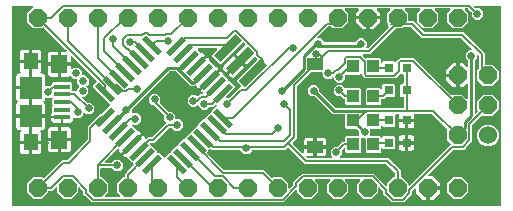
<source format=gbr>
G04 EAGLE Gerber RS-274X export*
G75*
%MOMM*%
%FSLAX34Y34*%
%LPD*%
%INTop Copper*%
%IPPOS*%
%AMOC8*
5,1,8,0,0,1.08239X$1,22.5*%
G01*
%ADD10C,1.524000*%
%ADD11P,1.649562X8X112.500000*%
%ADD12R,1.350000X0.400000*%
%ADD13R,1.400000X1.600000*%
%ADD14R,1.300000X1.450000*%
%ADD15R,1.900000X1.900000*%
%ADD16R,0.800000X0.800000*%
%ADD17R,0.800000X2.600000*%
%ADD18R,1.000000X1.100000*%
%ADD19R,1.400000X1.000000*%
%ADD20R,0.482600X1.905000*%
%ADD21R,1.905000X0.482600*%
%ADD22P,1.632244X8X202.500000*%
%ADD23P,1.632244X8X22.500000*%
%ADD24C,0.152400*%
%ADD25C,0.660400*%
%ADD26C,0.203200*%
%ADD27C,0.254000*%

G36*
X423238Y10164D02*
X423238Y10164D01*
X423257Y10162D01*
X423359Y10184D01*
X423461Y10200D01*
X423478Y10210D01*
X423498Y10214D01*
X423587Y10267D01*
X423678Y10316D01*
X423692Y10330D01*
X423709Y10340D01*
X423776Y10419D01*
X423848Y10494D01*
X423856Y10512D01*
X423869Y10527D01*
X423908Y10623D01*
X423951Y10717D01*
X423953Y10737D01*
X423961Y10755D01*
X423979Y10922D01*
X423979Y178818D01*
X423976Y178838D01*
X423978Y178857D01*
X423956Y178959D01*
X423940Y179061D01*
X423930Y179078D01*
X423926Y179098D01*
X423873Y179187D01*
X423824Y179278D01*
X423810Y179292D01*
X423800Y179309D01*
X423721Y179376D01*
X423646Y179448D01*
X423628Y179456D01*
X423613Y179469D01*
X423517Y179508D01*
X423423Y179551D01*
X423403Y179553D01*
X423385Y179561D01*
X423218Y179579D01*
X401999Y179579D01*
X401928Y179568D01*
X401856Y179566D01*
X401807Y179548D01*
X401756Y179540D01*
X401692Y179506D01*
X401625Y179481D01*
X401584Y179449D01*
X401538Y179424D01*
X401489Y179372D01*
X401433Y179328D01*
X401405Y179284D01*
X401369Y179246D01*
X401339Y179181D01*
X401300Y179121D01*
X401287Y179070D01*
X401265Y179023D01*
X401257Y178952D01*
X401240Y178882D01*
X401244Y178830D01*
X401238Y178779D01*
X401254Y178708D01*
X401259Y178637D01*
X401279Y178589D01*
X401291Y178538D01*
X401327Y178477D01*
X401355Y178411D01*
X401400Y178355D01*
X401417Y178327D01*
X401434Y178312D01*
X401460Y178280D01*
X401970Y177770D01*
X402044Y177716D01*
X402114Y177657D01*
X402144Y177645D01*
X402170Y177626D01*
X402257Y177599D01*
X402342Y177565D01*
X402383Y177561D01*
X402405Y177554D01*
X402437Y177555D01*
X402509Y177547D01*
X405859Y177547D01*
X408687Y174719D01*
X408687Y170721D01*
X405859Y167893D01*
X401861Y167893D01*
X399033Y170721D01*
X399033Y173924D01*
X399019Y174014D01*
X399011Y174105D01*
X398999Y174134D01*
X398994Y174166D01*
X398951Y174247D01*
X398915Y174331D01*
X398889Y174363D01*
X398878Y174384D01*
X398855Y174406D01*
X398810Y174462D01*
X396030Y177242D01*
X395956Y177295D01*
X395886Y177355D01*
X395856Y177367D01*
X395830Y177386D01*
X395743Y177413D01*
X395658Y177447D01*
X395617Y177451D01*
X395595Y177458D01*
X395563Y177457D01*
X395492Y177465D01*
X394214Y177465D01*
X394143Y177454D01*
X394072Y177452D01*
X394023Y177434D01*
X393971Y177426D01*
X393908Y177392D01*
X393841Y177367D01*
X393800Y177335D01*
X393754Y177310D01*
X393705Y177258D01*
X393649Y177214D01*
X393620Y177170D01*
X393584Y177132D01*
X393554Y177067D01*
X393516Y177007D01*
X393503Y176956D01*
X393481Y176909D01*
X393473Y176838D01*
X393455Y176768D01*
X393460Y176716D01*
X393454Y176665D01*
X393469Y176594D01*
X393475Y176523D01*
X393495Y176475D01*
X393506Y176424D01*
X393543Y176363D01*
X393571Y176297D01*
X393616Y176241D01*
X393632Y176213D01*
X393650Y176198D01*
X393676Y176166D01*
X396415Y173427D01*
X396415Y165917D01*
X391105Y160607D01*
X383595Y160607D01*
X378285Y165917D01*
X378285Y173427D01*
X381024Y176166D01*
X381066Y176224D01*
X381116Y176276D01*
X381137Y176323D01*
X381168Y176365D01*
X381189Y176434D01*
X381219Y176499D01*
X381225Y176551D01*
X381240Y176601D01*
X381238Y176672D01*
X381246Y176743D01*
X381235Y176794D01*
X381234Y176846D01*
X381209Y176914D01*
X381194Y176984D01*
X381167Y177029D01*
X381149Y177077D01*
X381105Y177133D01*
X381068Y177195D01*
X381028Y177229D01*
X380996Y177269D01*
X380935Y177308D01*
X380881Y177355D01*
X380833Y177374D01*
X380789Y177402D01*
X380719Y177420D01*
X380653Y177447D01*
X380581Y177455D01*
X380550Y177463D01*
X380527Y177461D01*
X380486Y177465D01*
X368814Y177465D01*
X368743Y177454D01*
X368672Y177452D01*
X368623Y177434D01*
X368571Y177426D01*
X368508Y177392D01*
X368441Y177367D01*
X368400Y177335D01*
X368354Y177310D01*
X368305Y177258D01*
X368249Y177214D01*
X368220Y177170D01*
X368184Y177132D01*
X368154Y177067D01*
X368116Y177007D01*
X368103Y176956D01*
X368081Y176909D01*
X368073Y176838D01*
X368055Y176768D01*
X368060Y176716D01*
X368054Y176665D01*
X368069Y176594D01*
X368075Y176523D01*
X368095Y176475D01*
X368106Y176424D01*
X368143Y176363D01*
X368171Y176297D01*
X368216Y176241D01*
X368232Y176213D01*
X368250Y176198D01*
X368276Y176166D01*
X371015Y173427D01*
X371015Y165917D01*
X365705Y160607D01*
X358195Y160607D01*
X352885Y165917D01*
X352885Y173427D01*
X355624Y176166D01*
X355666Y176224D01*
X355716Y176276D01*
X355737Y176323D01*
X355768Y176365D01*
X355789Y176434D01*
X355819Y176499D01*
X355825Y176551D01*
X355840Y176601D01*
X355838Y176672D01*
X355846Y176743D01*
X355835Y176794D01*
X355834Y176846D01*
X355809Y176914D01*
X355794Y176984D01*
X355767Y177029D01*
X355749Y177077D01*
X355705Y177133D01*
X355668Y177195D01*
X355628Y177229D01*
X355596Y177269D01*
X355535Y177308D01*
X355481Y177355D01*
X355433Y177374D01*
X355389Y177402D01*
X355319Y177420D01*
X355253Y177447D01*
X355181Y177455D01*
X355150Y177463D01*
X355127Y177461D01*
X355086Y177465D01*
X343414Y177465D01*
X343343Y177454D01*
X343272Y177452D01*
X343223Y177434D01*
X343171Y177426D01*
X343108Y177392D01*
X343041Y177367D01*
X343000Y177335D01*
X342954Y177310D01*
X342905Y177258D01*
X342849Y177214D01*
X342820Y177170D01*
X342784Y177132D01*
X342754Y177067D01*
X342716Y177007D01*
X342703Y176956D01*
X342681Y176909D01*
X342673Y176838D01*
X342655Y176768D01*
X342660Y176716D01*
X342654Y176665D01*
X342669Y176594D01*
X342675Y176523D01*
X342695Y176475D01*
X342706Y176424D01*
X342743Y176363D01*
X342771Y176297D01*
X342816Y176241D01*
X342832Y176213D01*
X342850Y176198D01*
X342876Y176166D01*
X345615Y173427D01*
X345615Y167132D01*
X345618Y167112D01*
X345616Y167093D01*
X345638Y166991D01*
X345654Y166889D01*
X345664Y166872D01*
X345668Y166852D01*
X345721Y166763D01*
X345770Y166672D01*
X345784Y166658D01*
X345794Y166641D01*
X345873Y166574D01*
X345948Y166502D01*
X345966Y166494D01*
X345981Y166481D01*
X346077Y166442D01*
X346171Y166399D01*
X346191Y166397D01*
X346209Y166389D01*
X346376Y166371D01*
X350017Y166371D01*
X351728Y164660D01*
X351728Y164659D01*
X358604Y157784D01*
X358678Y157731D01*
X358748Y157671D01*
X358778Y157659D01*
X358804Y157640D01*
X358891Y157613D01*
X358976Y157579D01*
X359017Y157575D01*
X359039Y157568D01*
X359071Y157569D01*
X359142Y157561D01*
X392132Y157561D01*
X410211Y139482D01*
X410211Y130556D01*
X410214Y130536D01*
X410212Y130517D01*
X410234Y130415D01*
X410250Y130313D01*
X410260Y130296D01*
X410264Y130276D01*
X410317Y130187D01*
X410366Y130096D01*
X410380Y130082D01*
X410390Y130065D01*
X410469Y129998D01*
X410544Y129926D01*
X410562Y129918D01*
X410577Y129905D01*
X410673Y129866D01*
X410767Y129823D01*
X410787Y129821D01*
X410805Y129813D01*
X410972Y129795D01*
X416538Y129795D01*
X421895Y124438D01*
X421895Y116862D01*
X416538Y111505D01*
X408962Y111505D01*
X403605Y116862D01*
X403605Y124438D01*
X404906Y125739D01*
X404959Y125813D01*
X405019Y125882D01*
X405031Y125912D01*
X405050Y125939D01*
X405077Y126026D01*
X405111Y126110D01*
X405115Y126151D01*
X405122Y126174D01*
X405121Y126206D01*
X405129Y126277D01*
X405129Y137062D01*
X405114Y137153D01*
X405107Y137245D01*
X405093Y137283D01*
X405090Y137305D01*
X405089Y137305D01*
X405074Y137334D01*
X405049Y137403D01*
X405007Y137460D01*
X404974Y137522D01*
X404936Y137559D01*
X404905Y137602D01*
X404847Y137643D01*
X404796Y137692D01*
X404748Y137714D01*
X404705Y137745D01*
X404637Y137766D01*
X404573Y137795D01*
X404520Y137801D01*
X404469Y137817D01*
X404399Y137815D01*
X404329Y137823D01*
X404277Y137811D01*
X404223Y137810D01*
X404157Y137785D01*
X404088Y137770D01*
X404043Y137743D01*
X403993Y137725D01*
X403938Y137680D01*
X403877Y137644D01*
X403843Y137604D01*
X403801Y137570D01*
X403763Y137511D01*
X403717Y137457D01*
X403697Y137408D01*
X403669Y137363D01*
X403652Y137295D01*
X403625Y137229D01*
X403617Y137156D01*
X403609Y137124D01*
X403611Y137102D01*
X403607Y137062D01*
X403607Y135161D01*
X401798Y133352D01*
X401745Y133278D01*
X401685Y133208D01*
X401673Y133178D01*
X401654Y133152D01*
X401627Y133065D01*
X401593Y132980D01*
X401589Y132939D01*
X401582Y132917D01*
X401583Y132885D01*
X401575Y132813D01*
X401575Y89146D01*
X401586Y89076D01*
X401588Y89004D01*
X401606Y88955D01*
X401614Y88904D01*
X401648Y88840D01*
X401673Y88773D01*
X401705Y88732D01*
X401730Y88686D01*
X401781Y88637D01*
X401826Y88581D01*
X401870Y88553D01*
X401908Y88517D01*
X401973Y88487D01*
X402033Y88448D01*
X402084Y88435D01*
X402131Y88413D01*
X402202Y88405D01*
X402272Y88388D01*
X402324Y88392D01*
X402375Y88386D01*
X402446Y88401D01*
X402517Y88407D01*
X402565Y88427D01*
X402616Y88438D01*
X402677Y88475D01*
X402743Y88503D01*
X402799Y88548D01*
X402827Y88565D01*
X402842Y88582D01*
X402874Y88608D01*
X404128Y89862D01*
X404140Y89879D01*
X404156Y89891D01*
X404212Y89978D01*
X404272Y90062D01*
X404278Y90081D01*
X404289Y90098D01*
X404314Y90198D01*
X404344Y90297D01*
X404344Y90317D01*
X404349Y90336D01*
X404341Y90439D01*
X404338Y90543D01*
X404331Y90562D01*
X404330Y90582D01*
X404289Y90677D01*
X404254Y90774D01*
X404241Y90790D01*
X404233Y90808D01*
X404128Y90939D01*
X403605Y91462D01*
X403605Y99038D01*
X408962Y104395D01*
X416538Y104395D01*
X421895Y99038D01*
X421895Y91462D01*
X416538Y86105D01*
X408962Y86105D01*
X408439Y86628D01*
X408423Y86640D01*
X408410Y86656D01*
X408323Y86712D01*
X408239Y86772D01*
X408220Y86778D01*
X408203Y86789D01*
X408103Y86814D01*
X408004Y86844D01*
X407984Y86844D01*
X407965Y86849D01*
X407862Y86841D01*
X407758Y86838D01*
X407739Y86831D01*
X407720Y86830D01*
X407625Y86789D01*
X407527Y86754D01*
X407512Y86741D01*
X407493Y86733D01*
X407362Y86628D01*
X399766Y79032D01*
X399713Y78958D01*
X399653Y78888D01*
X399641Y78858D01*
X399622Y78832D01*
X399595Y78745D01*
X399561Y78660D01*
X399557Y78619D01*
X399550Y78597D01*
X399551Y78565D01*
X399543Y78493D01*
X399543Y64800D01*
X397980Y63237D01*
X393963Y59220D01*
X392400Y57657D01*
X383860Y57657D01*
X383770Y57643D01*
X383679Y57635D01*
X383650Y57623D01*
X383618Y57618D01*
X383537Y57575D01*
X383453Y57539D01*
X383421Y57513D01*
X383400Y57502D01*
X383378Y57479D01*
X383322Y57434D01*
X362668Y36780D01*
X362626Y36722D01*
X362577Y36670D01*
X362555Y36623D01*
X362525Y36581D01*
X362504Y36512D01*
X362473Y36447D01*
X362468Y36395D01*
X362452Y36345D01*
X362454Y36274D01*
X362446Y36203D01*
X362457Y36152D01*
X362459Y36100D01*
X362483Y36032D01*
X362498Y35962D01*
X362525Y35917D01*
X362543Y35869D01*
X362588Y35813D01*
X362625Y35751D01*
X362664Y35717D01*
X362697Y35677D01*
X362757Y35638D01*
X362812Y35591D01*
X362860Y35572D01*
X362904Y35544D01*
X362973Y35526D01*
X363040Y35499D01*
X363111Y35491D01*
X363142Y35483D01*
X363165Y35485D01*
X363206Y35481D01*
X366126Y35481D01*
X372031Y29576D01*
X372031Y26923D01*
X362712Y26923D01*
X362692Y26920D01*
X362673Y26922D01*
X362571Y26900D01*
X362469Y26883D01*
X362452Y26874D01*
X362432Y26870D01*
X362343Y26817D01*
X362252Y26768D01*
X362238Y26754D01*
X362221Y26744D01*
X362154Y26665D01*
X362083Y26590D01*
X362074Y26572D01*
X362061Y26557D01*
X362023Y26461D01*
X361979Y26367D01*
X361977Y26347D01*
X361969Y26329D01*
X361951Y26162D01*
X361951Y25399D01*
X361188Y25399D01*
X361168Y25396D01*
X361149Y25398D01*
X361047Y25376D01*
X360945Y25359D01*
X360928Y25350D01*
X360908Y25346D01*
X360819Y25293D01*
X360728Y25244D01*
X360714Y25230D01*
X360697Y25220D01*
X360630Y25141D01*
X360559Y25066D01*
X360550Y25048D01*
X360537Y25033D01*
X360498Y24937D01*
X360455Y24843D01*
X360453Y24823D01*
X360445Y24805D01*
X360427Y24638D01*
X360427Y15319D01*
X357774Y15319D01*
X351869Y21224D01*
X351869Y24144D01*
X351858Y24214D01*
X351856Y24286D01*
X351838Y24335D01*
X351829Y24386D01*
X351796Y24450D01*
X351771Y24517D01*
X351739Y24558D01*
X351714Y24604D01*
X351662Y24653D01*
X351618Y24709D01*
X351574Y24737D01*
X351536Y24773D01*
X351471Y24803D01*
X351411Y24842D01*
X351360Y24855D01*
X351313Y24877D01*
X351242Y24885D01*
X351172Y24902D01*
X351120Y24898D01*
X351069Y24904D01*
X350998Y24889D01*
X350927Y24883D01*
X350879Y24863D01*
X350828Y24852D01*
X350767Y24815D01*
X350701Y24787D01*
X350645Y24742D01*
X350617Y24725D01*
X350602Y24708D01*
X350570Y24682D01*
X348886Y22998D01*
X348833Y22924D01*
X348773Y22854D01*
X348761Y22824D01*
X348742Y22798D01*
X348715Y22711D01*
X348681Y22626D01*
X348677Y22585D01*
X348670Y22563D01*
X348671Y22531D01*
X348663Y22460D01*
X348663Y20383D01*
X347100Y18820D01*
X341567Y13287D01*
X331533Y13287D01*
X329970Y14850D01*
X326000Y18820D01*
X324437Y20383D01*
X324437Y22460D01*
X324423Y22550D01*
X324415Y22641D01*
X324403Y22670D01*
X324398Y22702D01*
X324355Y22783D01*
X324319Y22867D01*
X324293Y22899D01*
X324282Y22920D01*
X324259Y22942D01*
X324214Y22998D01*
X321514Y25698D01*
X321456Y25740D01*
X321404Y25789D01*
X321357Y25811D01*
X321315Y25841D01*
X321246Y25863D01*
X321181Y25893D01*
X321129Y25898D01*
X321079Y25914D01*
X321008Y25912D01*
X320937Y25920D01*
X320886Y25909D01*
X320834Y25907D01*
X320766Y25883D01*
X320696Y25868D01*
X320651Y25841D01*
X320603Y25823D01*
X320547Y25778D01*
X320485Y25741D01*
X320451Y25702D01*
X320411Y25669D01*
X320372Y25609D01*
X320325Y25554D01*
X320306Y25506D01*
X320278Y25462D01*
X320260Y25393D01*
X320233Y25326D01*
X320225Y25255D01*
X320217Y25224D01*
X320219Y25201D01*
X320215Y25160D01*
X320215Y21645D01*
X314905Y16335D01*
X307395Y16335D01*
X302085Y21645D01*
X302085Y29155D01*
X304570Y31640D01*
X304612Y31698D01*
X304662Y31750D01*
X304683Y31797D01*
X304714Y31839D01*
X304735Y31908D01*
X304765Y31973D01*
X304771Y32025D01*
X304786Y32075D01*
X304784Y32146D01*
X304792Y32217D01*
X304781Y32268D01*
X304780Y32320D01*
X304755Y32388D01*
X304740Y32458D01*
X304713Y32503D01*
X304695Y32551D01*
X304651Y32607D01*
X304614Y32669D01*
X304574Y32703D01*
X304542Y32743D01*
X304481Y32782D01*
X304427Y32829D01*
X304379Y32848D01*
X304335Y32876D01*
X304265Y32894D01*
X304199Y32921D01*
X304127Y32929D01*
X304096Y32937D01*
X304073Y32935D01*
X304032Y32939D01*
X292868Y32939D01*
X292797Y32928D01*
X292726Y32926D01*
X292677Y32908D01*
X292625Y32900D01*
X292562Y32866D01*
X292495Y32841D01*
X292454Y32809D01*
X292408Y32784D01*
X292359Y32732D01*
X292303Y32688D01*
X292274Y32644D01*
X292238Y32606D01*
X292208Y32541D01*
X292170Y32481D01*
X292157Y32430D01*
X292135Y32383D01*
X292127Y32312D01*
X292109Y32242D01*
X292114Y32190D01*
X292108Y32139D01*
X292123Y32068D01*
X292129Y31997D01*
X292149Y31949D01*
X292160Y31898D01*
X292197Y31837D01*
X292225Y31771D01*
X292270Y31715D01*
X292286Y31687D01*
X292304Y31672D01*
X292330Y31640D01*
X294815Y29155D01*
X294815Y21645D01*
X289505Y16335D01*
X281995Y16335D01*
X276685Y21645D01*
X276685Y29155D01*
X279170Y31640D01*
X279212Y31698D01*
X279262Y31750D01*
X279283Y31797D01*
X279314Y31839D01*
X279335Y31908D01*
X279365Y31973D01*
X279371Y32025D01*
X279386Y32075D01*
X279384Y32146D01*
X279392Y32217D01*
X279381Y32268D01*
X279380Y32320D01*
X279355Y32388D01*
X279340Y32458D01*
X279313Y32503D01*
X279295Y32551D01*
X279251Y32607D01*
X279214Y32669D01*
X279174Y32703D01*
X279142Y32743D01*
X279081Y32782D01*
X279027Y32829D01*
X278979Y32848D01*
X278935Y32876D01*
X278865Y32894D01*
X278799Y32921D01*
X278727Y32929D01*
X278696Y32937D01*
X278673Y32935D01*
X278632Y32939D01*
X267468Y32939D01*
X267397Y32928D01*
X267326Y32926D01*
X267277Y32908D01*
X267225Y32900D01*
X267162Y32866D01*
X267095Y32841D01*
X267054Y32809D01*
X267008Y32784D01*
X266959Y32732D01*
X266903Y32688D01*
X266874Y32644D01*
X266838Y32606D01*
X266808Y32541D01*
X266770Y32481D01*
X266757Y32430D01*
X266735Y32383D01*
X266727Y32312D01*
X266709Y32242D01*
X266714Y32190D01*
X266708Y32139D01*
X266723Y32068D01*
X266729Y31997D01*
X266749Y31949D01*
X266760Y31898D01*
X266797Y31837D01*
X266825Y31771D01*
X266870Y31715D01*
X266886Y31687D01*
X266904Y31672D01*
X266930Y31640D01*
X269415Y29155D01*
X269415Y21645D01*
X264105Y16335D01*
X256595Y16335D01*
X251285Y21645D01*
X251285Y22767D01*
X251274Y22838D01*
X251272Y22910D01*
X251254Y22959D01*
X251246Y23010D01*
X251212Y23074D01*
X251187Y23141D01*
X251155Y23182D01*
X251130Y23228D01*
X251078Y23277D01*
X251034Y23333D01*
X250990Y23361D01*
X250952Y23397D01*
X250887Y23427D01*
X250827Y23466D01*
X250776Y23479D01*
X250729Y23501D01*
X250658Y23509D01*
X250588Y23526D01*
X250536Y23522D01*
X250485Y23528D01*
X250414Y23512D01*
X250343Y23507D01*
X250295Y23487D01*
X250244Y23475D01*
X250183Y23439D01*
X250117Y23411D01*
X250061Y23366D01*
X250033Y23349D01*
X250018Y23331D01*
X249986Y23306D01*
X241530Y14850D01*
X239967Y13287D01*
X77533Y13287D01*
X75970Y14850D01*
X72000Y18820D01*
X70437Y20383D01*
X70437Y22460D01*
X70423Y22550D01*
X70415Y22641D01*
X70403Y22670D01*
X70398Y22702D01*
X70355Y22783D01*
X70319Y22867D01*
X70293Y22899D01*
X70282Y22920D01*
X70259Y22942D01*
X70214Y22998D01*
X67514Y25698D01*
X67456Y25740D01*
X67404Y25789D01*
X67357Y25811D01*
X67315Y25841D01*
X67246Y25863D01*
X67181Y25893D01*
X67129Y25898D01*
X67079Y25914D01*
X67008Y25912D01*
X66937Y25920D01*
X66886Y25909D01*
X66834Y25907D01*
X66766Y25883D01*
X66696Y25868D01*
X66651Y25841D01*
X66603Y25823D01*
X66547Y25778D01*
X66485Y25741D01*
X66451Y25702D01*
X66411Y25669D01*
X66372Y25609D01*
X66325Y25554D01*
X66306Y25506D01*
X66278Y25462D01*
X66260Y25393D01*
X66233Y25326D01*
X66225Y25255D01*
X66217Y25224D01*
X66219Y25201D01*
X66215Y25160D01*
X66215Y21645D01*
X60905Y16335D01*
X53395Y16335D01*
X48085Y21645D01*
X48085Y25160D01*
X48074Y25230D01*
X48072Y25302D01*
X48054Y25351D01*
X48046Y25402D01*
X48012Y25466D01*
X47987Y25533D01*
X47955Y25574D01*
X47930Y25620D01*
X47878Y25669D01*
X47834Y25725D01*
X47790Y25753D01*
X47752Y25789D01*
X47687Y25819D01*
X47627Y25858D01*
X47576Y25871D01*
X47529Y25893D01*
X47458Y25901D01*
X47388Y25918D01*
X47336Y25914D01*
X47285Y25920D01*
X47214Y25905D01*
X47143Y25899D01*
X47095Y25879D01*
X47044Y25868D01*
X46983Y25831D01*
X46917Y25803D01*
X46861Y25758D01*
X46833Y25741D01*
X46818Y25724D01*
X46786Y25698D01*
X44201Y23113D01*
X41576Y23113D01*
X41556Y23110D01*
X41537Y23112D01*
X41435Y23090D01*
X41333Y23074D01*
X41316Y23064D01*
X41296Y23060D01*
X41207Y23007D01*
X41116Y22958D01*
X41102Y22944D01*
X41085Y22934D01*
X41018Y22855D01*
X40946Y22780D01*
X40938Y22762D01*
X40925Y22747D01*
X40886Y22651D01*
X40843Y22557D01*
X40841Y22537D01*
X40833Y22519D01*
X40815Y22352D01*
X40815Y21645D01*
X35505Y16335D01*
X27995Y16335D01*
X22685Y21645D01*
X22685Y29155D01*
X27995Y34465D01*
X35505Y34465D01*
X36004Y33965D01*
X36021Y33953D01*
X36033Y33938D01*
X36105Y33891D01*
X36130Y33870D01*
X36145Y33864D01*
X36204Y33821D01*
X36223Y33816D01*
X36240Y33805D01*
X36340Y33779D01*
X36439Y33749D01*
X36459Y33750D01*
X36479Y33745D01*
X36582Y33753D01*
X36685Y33755D01*
X36704Y33762D01*
X36724Y33764D01*
X36819Y33804D01*
X36916Y33840D01*
X36932Y33852D01*
X36950Y33860D01*
X37013Y33910D01*
X37020Y33914D01*
X37029Y33923D01*
X37081Y33965D01*
X50454Y47338D01*
X52017Y48901D01*
X56584Y48901D01*
X56674Y48915D01*
X56765Y48923D01*
X56795Y48935D01*
X56827Y48940D01*
X56908Y48983D01*
X56992Y49019D01*
X57024Y49045D01*
X57045Y49056D01*
X57067Y49079D01*
X57123Y49124D01*
X73690Y65691D01*
X73743Y65765D01*
X73803Y65835D01*
X73815Y65865D01*
X73834Y65891D01*
X73861Y65978D01*
X73895Y66063D01*
X73899Y66104D01*
X73906Y66126D01*
X73905Y66158D01*
X73913Y66230D01*
X73913Y77147D01*
X84701Y87935D01*
X84893Y87935D01*
X84983Y87950D01*
X85074Y87957D01*
X85104Y87969D01*
X85136Y87975D01*
X85217Y88017D01*
X85301Y88053D01*
X85333Y88079D01*
X85353Y88090D01*
X85376Y88113D01*
X85431Y88158D01*
X92990Y95716D01*
X93002Y95733D01*
X93017Y95745D01*
X93073Y95832D01*
X93134Y95916D01*
X93139Y95935D01*
X93150Y95952D01*
X93176Y96052D01*
X93206Y96151D01*
X93205Y96171D01*
X93210Y96191D01*
X93202Y96294D01*
X93200Y96397D01*
X93193Y96416D01*
X93191Y96436D01*
X93151Y96531D01*
X93115Y96628D01*
X93103Y96644D01*
X93095Y96662D01*
X92990Y96793D01*
X78878Y110905D01*
X78878Y112168D01*
X81911Y115201D01*
X81922Y115217D01*
X81938Y115230D01*
X81994Y115317D01*
X82054Y115401D01*
X82060Y115420D01*
X82071Y115436D01*
X82096Y115537D01*
X82126Y115636D01*
X82126Y115656D01*
X82131Y115675D01*
X82123Y115778D01*
X82120Y115882D01*
X82113Y115900D01*
X82112Y115920D01*
X82071Y116015D01*
X82036Y116113D01*
X82023Y116128D01*
X82015Y116147D01*
X81911Y116278D01*
X60994Y137194D01*
X60936Y137236D01*
X60884Y137285D01*
X60837Y137307D01*
X60795Y137337D01*
X60726Y137358D01*
X60661Y137389D01*
X60609Y137394D01*
X60559Y137410D01*
X60488Y137408D01*
X60417Y137416D01*
X60366Y137405D01*
X60314Y137403D01*
X60246Y137379D01*
X60176Y137364D01*
X60132Y137337D01*
X60083Y137319D01*
X60027Y137274D01*
X59965Y137237D01*
X59931Y137198D01*
X59891Y137165D01*
X59852Y137105D01*
X59805Y137050D01*
X59786Y137002D01*
X59758Y136958D01*
X59740Y136889D01*
X59713Y136822D01*
X59705Y136751D01*
X59697Y136720D01*
X59699Y136696D01*
X59695Y136656D01*
X59695Y131821D01*
X51677Y131821D01*
X51677Y140839D01*
X55512Y140839D01*
X55582Y140850D01*
X55654Y140852D01*
X55703Y140870D01*
X55754Y140878D01*
X55818Y140912D01*
X55885Y140937D01*
X55926Y140969D01*
X55972Y140994D01*
X56021Y141045D01*
X56077Y141090D01*
X56105Y141134D01*
X56141Y141172D01*
X56171Y141237D01*
X56210Y141297D01*
X56223Y141348D01*
X56245Y141395D01*
X56253Y141466D01*
X56270Y141536D01*
X56266Y141588D01*
X56272Y141639D01*
X56257Y141710D01*
X56251Y141781D01*
X56231Y141829D01*
X56220Y141880D01*
X56183Y141941D01*
X56155Y142007D01*
X56110Y142063D01*
X56093Y142091D01*
X56076Y142106D01*
X56050Y142138D01*
X37081Y161107D01*
X37065Y161119D01*
X37052Y161134D01*
X36965Y161190D01*
X36881Y161251D01*
X36862Y161256D01*
X36845Y161267D01*
X36745Y161293D01*
X36646Y161323D01*
X36626Y161322D01*
X36607Y161327D01*
X36504Y161319D01*
X36400Y161317D01*
X36382Y161310D01*
X36362Y161308D01*
X36267Y161268D01*
X36169Y161232D01*
X36154Y161220D01*
X36135Y161212D01*
X36004Y161107D01*
X35505Y160607D01*
X27995Y160607D01*
X22685Y165917D01*
X22685Y173427D01*
X27538Y178280D01*
X27580Y178338D01*
X27630Y178390D01*
X27651Y178437D01*
X27682Y178479D01*
X27703Y178548D01*
X27733Y178613D01*
X27739Y178665D01*
X27754Y178715D01*
X27752Y178786D01*
X27760Y178857D01*
X27749Y178908D01*
X27748Y178960D01*
X27723Y179028D01*
X27708Y179098D01*
X27681Y179143D01*
X27663Y179191D01*
X27619Y179247D01*
X27582Y179309D01*
X27542Y179343D01*
X27510Y179383D01*
X27449Y179422D01*
X27395Y179469D01*
X27347Y179488D01*
X27303Y179516D01*
X27233Y179534D01*
X27167Y179561D01*
X27095Y179569D01*
X27064Y179577D01*
X27041Y179575D01*
X27000Y179579D01*
X10922Y179579D01*
X10902Y179576D01*
X10883Y179578D01*
X10781Y179556D01*
X10679Y179540D01*
X10662Y179530D01*
X10642Y179526D01*
X10553Y179473D01*
X10462Y179424D01*
X10448Y179410D01*
X10431Y179400D01*
X10364Y179321D01*
X10292Y179246D01*
X10284Y179228D01*
X10271Y179213D01*
X10232Y179117D01*
X10189Y179023D01*
X10187Y179003D01*
X10179Y178985D01*
X10161Y178818D01*
X10161Y10922D01*
X10164Y10902D01*
X10162Y10883D01*
X10184Y10781D01*
X10200Y10679D01*
X10210Y10662D01*
X10214Y10642D01*
X10267Y10553D01*
X10316Y10462D01*
X10330Y10448D01*
X10340Y10431D01*
X10419Y10364D01*
X10494Y10292D01*
X10512Y10284D01*
X10527Y10271D01*
X10623Y10232D01*
X10717Y10189D01*
X10737Y10187D01*
X10755Y10179D01*
X10922Y10161D01*
X423218Y10161D01*
X423238Y10164D01*
G37*
G36*
X280712Y50812D02*
X280712Y50812D01*
X280784Y50814D01*
X280833Y50832D01*
X280884Y50840D01*
X280948Y50874D01*
X281015Y50899D01*
X281056Y50931D01*
X281102Y50956D01*
X281151Y51008D01*
X281207Y51052D01*
X281235Y51096D01*
X281271Y51134D01*
X281301Y51199D01*
X281340Y51259D01*
X281353Y51310D01*
X281375Y51357D01*
X281382Y51428D01*
X281400Y51498D01*
X281396Y51550D01*
X281402Y51601D01*
X281386Y51672D01*
X281381Y51743D01*
X281360Y51791D01*
X281349Y51842D01*
X281313Y51903D01*
X281285Y51969D01*
X281240Y52025D01*
X281223Y52053D01*
X281205Y52068D01*
X281180Y52100D01*
X279653Y53627D01*
X279653Y57625D01*
X282481Y60453D01*
X285757Y60453D01*
X285848Y60467D01*
X285938Y60475D01*
X285968Y60487D01*
X286000Y60492D01*
X286081Y60535D01*
X286165Y60571D01*
X286197Y60597D01*
X286218Y60608D01*
X286240Y60631D01*
X286296Y60676D01*
X290137Y64517D01*
X291554Y64517D01*
X291574Y64520D01*
X291593Y64518D01*
X291695Y64540D01*
X291797Y64556D01*
X291814Y64566D01*
X291834Y64570D01*
X291923Y64623D01*
X292014Y64672D01*
X292028Y64686D01*
X292045Y64696D01*
X292112Y64775D01*
X292184Y64850D01*
X292192Y64868D01*
X292205Y64883D01*
X292244Y64979D01*
X292287Y65073D01*
X292289Y65093D01*
X292297Y65111D01*
X292315Y65278D01*
X292315Y68362D01*
X293208Y69255D01*
X303146Y69255D01*
X303217Y69266D01*
X303289Y69268D01*
X303338Y69286D01*
X303389Y69294D01*
X303453Y69328D01*
X303520Y69353D01*
X303561Y69385D01*
X303607Y69410D01*
X303656Y69462D01*
X303712Y69506D01*
X303740Y69550D01*
X303776Y69588D01*
X303806Y69653D01*
X303845Y69713D01*
X303858Y69764D01*
X303880Y69811D01*
X303887Y69882D01*
X303905Y69952D01*
X303901Y70004D01*
X303907Y70055D01*
X303891Y70126D01*
X303886Y70197D01*
X303865Y70245D01*
X303854Y70296D01*
X303818Y70357D01*
X303816Y70362D01*
X303816Y72982D01*
X303801Y73072D01*
X303794Y73163D01*
X303781Y73192D01*
X303776Y73224D01*
X303733Y73305D01*
X303698Y73389D01*
X303672Y73421D01*
X303661Y73442D01*
X303638Y73464D01*
X303593Y73520D01*
X301810Y75302D01*
X301736Y75355D01*
X301667Y75415D01*
X301637Y75427D01*
X301611Y75446D01*
X301524Y75473D01*
X301439Y75507D01*
X301398Y75511D01*
X301376Y75518D01*
X301343Y75517D01*
X301272Y75525D01*
X293208Y75525D01*
X292315Y76418D01*
X292315Y87034D01*
X292312Y87054D01*
X292314Y87073D01*
X292292Y87175D01*
X292276Y87277D01*
X292266Y87294D01*
X292262Y87314D01*
X292209Y87403D01*
X292160Y87494D01*
X292146Y87508D01*
X292136Y87525D01*
X292057Y87592D01*
X291982Y87664D01*
X291964Y87672D01*
X291949Y87685D01*
X291853Y87724D01*
X291759Y87767D01*
X291739Y87769D01*
X291721Y87777D01*
X291554Y87795D01*
X281378Y87795D01*
X266527Y102646D01*
X266453Y102699D01*
X266384Y102759D01*
X266354Y102771D01*
X266328Y102790D01*
X266241Y102817D01*
X266156Y102851D01*
X266115Y102855D01*
X266093Y102862D01*
X266060Y102861D01*
X265989Y102869D01*
X263431Y102869D01*
X260603Y105697D01*
X260603Y109695D01*
X263431Y112523D01*
X267429Y112523D01*
X270257Y109695D01*
X270257Y107137D01*
X270271Y107047D01*
X270279Y106956D01*
X270291Y106926D01*
X270296Y106894D01*
X270339Y106814D01*
X270375Y106730D01*
X270401Y106698D01*
X270412Y106677D01*
X270435Y106655D01*
X270480Y106599D01*
X283471Y93608D01*
X283545Y93555D01*
X283614Y93495D01*
X283644Y93483D01*
X283670Y93464D01*
X283757Y93437D01*
X283842Y93403D01*
X283883Y93399D01*
X283905Y93392D01*
X283938Y93393D01*
X284009Y93385D01*
X310946Y93385D01*
X310977Y93354D01*
X311050Y93301D01*
X311120Y93241D01*
X311150Y93229D01*
X311176Y93210D01*
X311263Y93183D01*
X311348Y93149D01*
X311389Y93145D01*
X311411Y93138D01*
X311444Y93139D01*
X311515Y93131D01*
X340868Y93131D01*
X340888Y93134D01*
X340907Y93132D01*
X341009Y93154D01*
X341111Y93170D01*
X341128Y93180D01*
X341148Y93184D01*
X341237Y93237D01*
X341328Y93286D01*
X341342Y93300D01*
X341359Y93310D01*
X341426Y93389D01*
X341498Y93464D01*
X341506Y93482D01*
X341519Y93497D01*
X341558Y93593D01*
X341601Y93687D01*
X341603Y93707D01*
X341611Y93725D01*
X341629Y93892D01*
X341629Y101664D01*
X341626Y101684D01*
X341628Y101703D01*
X341606Y101805D01*
X341590Y101907D01*
X341580Y101924D01*
X341576Y101944D01*
X341523Y102033D01*
X341474Y102124D01*
X341460Y102138D01*
X341450Y102155D01*
X341371Y102222D01*
X341296Y102294D01*
X341278Y102302D01*
X341263Y102315D01*
X341167Y102354D01*
X341073Y102397D01*
X341053Y102399D01*
X341035Y102407D01*
X340868Y102425D01*
X339418Y102425D01*
X338525Y103318D01*
X338525Y112582D01*
X339418Y113475D01*
X340748Y113475D01*
X340768Y113478D01*
X340787Y113476D01*
X340889Y113498D01*
X340991Y113514D01*
X341008Y113524D01*
X341028Y113528D01*
X341117Y113581D01*
X341208Y113630D01*
X341222Y113644D01*
X341239Y113654D01*
X341306Y113733D01*
X341378Y113808D01*
X341386Y113826D01*
X341399Y113841D01*
X341438Y113937D01*
X341481Y114031D01*
X341483Y114051D01*
X341491Y114069D01*
X341509Y114236D01*
X341509Y120714D01*
X341506Y120734D01*
X341508Y120753D01*
X341486Y120855D01*
X341470Y120957D01*
X341460Y120974D01*
X341456Y120994D01*
X341403Y121083D01*
X341354Y121174D01*
X341340Y121188D01*
X341330Y121205D01*
X341251Y121272D01*
X341176Y121344D01*
X341158Y121352D01*
X341143Y121365D01*
X341047Y121404D01*
X340953Y121447D01*
X340933Y121449D01*
X340915Y121457D01*
X340748Y121475D01*
X339418Y121475D01*
X339244Y121650D01*
X339227Y121662D01*
X339215Y121677D01*
X339128Y121733D01*
X339044Y121794D01*
X339025Y121800D01*
X339008Y121810D01*
X338908Y121836D01*
X338809Y121866D01*
X338789Y121866D01*
X338769Y121870D01*
X338666Y121862D01*
X338563Y121860D01*
X338544Y121853D01*
X338524Y121851D01*
X338429Y121811D01*
X338332Y121775D01*
X338316Y121763D01*
X338298Y121755D01*
X338167Y121650D01*
X334714Y118197D01*
X308946Y118197D01*
X306267Y120876D01*
X306267Y121203D01*
X306256Y121274D01*
X306254Y121346D01*
X306236Y121395D01*
X306228Y121446D01*
X306194Y121509D01*
X306169Y121577D01*
X306137Y121617D01*
X306112Y121663D01*
X306060Y121713D01*
X306016Y121769D01*
X305972Y121797D01*
X305934Y121833D01*
X305869Y121863D01*
X305809Y121902D01*
X305758Y121914D01*
X305711Y121936D01*
X305640Y121944D01*
X305570Y121962D01*
X305518Y121958D01*
X305467Y121963D01*
X305396Y121948D01*
X305325Y121943D01*
X305277Y121922D01*
X305226Y121911D01*
X305165Y121874D01*
X305099Y121846D01*
X305043Y121801D01*
X305015Y121785D01*
X305000Y121767D01*
X304968Y121741D01*
X304472Y121245D01*
X293094Y121245D01*
X293046Y121257D01*
X292947Y121288D01*
X292927Y121287D01*
X292908Y121292D01*
X292805Y121284D01*
X292701Y121282D01*
X292682Y121275D01*
X292662Y121273D01*
X292567Y121233D01*
X292470Y121197D01*
X292455Y121185D01*
X292436Y121177D01*
X292305Y121072D01*
X292070Y120837D01*
X292017Y120763D01*
X291957Y120693D01*
X291945Y120663D01*
X291926Y120637D01*
X291899Y120550D01*
X291865Y120465D01*
X291861Y120424D01*
X291854Y120402D01*
X291855Y120370D01*
X291847Y120298D01*
X291847Y117381D01*
X289019Y114553D01*
X285021Y114553D01*
X282193Y117381D01*
X282193Y118254D01*
X282182Y118325D01*
X282180Y118397D01*
X282162Y118446D01*
X282154Y118497D01*
X282120Y118561D01*
X282095Y118628D01*
X282063Y118669D01*
X282038Y118715D01*
X281986Y118764D01*
X281942Y118820D01*
X281898Y118848D01*
X281860Y118884D01*
X281795Y118914D01*
X281735Y118953D01*
X281684Y118966D01*
X281637Y118988D01*
X281566Y118995D01*
X281496Y119013D01*
X281444Y119009D01*
X281393Y119015D01*
X281322Y118999D01*
X281251Y118994D01*
X281203Y118973D01*
X281152Y118962D01*
X281091Y118926D01*
X281025Y118898D01*
X280969Y118853D01*
X280941Y118836D01*
X280926Y118818D01*
X280894Y118793D01*
X279702Y117601D01*
X275704Y117601D01*
X272876Y120429D01*
X272876Y122964D01*
X272873Y122984D01*
X272875Y123003D01*
X272853Y123105D01*
X272837Y123207D01*
X272827Y123224D01*
X272823Y123244D01*
X272770Y123333D01*
X272721Y123424D01*
X272707Y123438D01*
X272697Y123455D01*
X272618Y123522D01*
X272543Y123594D01*
X272525Y123602D01*
X272510Y123615D01*
X272414Y123654D01*
X272320Y123697D01*
X272300Y123699D01*
X272282Y123707D01*
X272115Y123725D01*
X264084Y123725D01*
X263994Y123711D01*
X263903Y123703D01*
X263873Y123691D01*
X263841Y123686D01*
X263760Y123643D01*
X263676Y123607D01*
X263644Y123581D01*
X263624Y123570D01*
X263601Y123547D01*
X263545Y123502D01*
X251430Y111387D01*
X251377Y111313D01*
X251317Y111243D01*
X251305Y111213D01*
X251286Y111187D01*
X251259Y111100D01*
X251225Y111015D01*
X251221Y110974D01*
X251214Y110952D01*
X251215Y110920D01*
X251207Y110848D01*
X251207Y67325D01*
X247920Y64038D01*
X247909Y64022D01*
X247893Y64010D01*
X247837Y63922D01*
X247777Y63839D01*
X247771Y63820D01*
X247760Y63803D01*
X247735Y63702D01*
X247705Y63603D01*
X247705Y63584D01*
X247700Y63564D01*
X247708Y63461D01*
X247711Y63358D01*
X247718Y63339D01*
X247719Y63319D01*
X247760Y63224D01*
X247795Y63127D01*
X247808Y63111D01*
X247816Y63093D01*
X247920Y62962D01*
X255860Y55022D01*
X255918Y54981D01*
X255970Y54931D01*
X256017Y54909D01*
X256059Y54879D01*
X256128Y54858D01*
X256193Y54828D01*
X256245Y54822D01*
X256295Y54806D01*
X256366Y54808D01*
X256437Y54800D01*
X256488Y54812D01*
X256540Y54813D01*
X256608Y54837D01*
X256678Y54853D01*
X256723Y54879D01*
X256771Y54897D01*
X256827Y54942D01*
X256889Y54979D01*
X256923Y55018D01*
X256963Y55051D01*
X257002Y55111D01*
X257049Y55166D01*
X257068Y55214D01*
X257096Y55258D01*
X257114Y55327D01*
X257141Y55394D01*
X257149Y55465D01*
X257157Y55496D01*
X257155Y55520D01*
X257159Y55561D01*
X257159Y58727D01*
X265177Y58727D01*
X265177Y52709D01*
X260011Y52709D01*
X259940Y52698D01*
X259868Y52696D01*
X259819Y52678D01*
X259768Y52670D01*
X259705Y52636D01*
X259637Y52611D01*
X259597Y52579D01*
X259551Y52554D01*
X259501Y52503D01*
X259445Y52458D01*
X259417Y52414D01*
X259381Y52376D01*
X259351Y52311D01*
X259312Y52251D01*
X259299Y52200D01*
X259278Y52153D01*
X259270Y52082D01*
X259252Y52012D01*
X259256Y51960D01*
X259250Y51909D01*
X259266Y51838D01*
X259271Y51767D01*
X259292Y51719D01*
X259303Y51668D01*
X259340Y51607D01*
X259368Y51541D01*
X259412Y51485D01*
X259429Y51457D01*
X259447Y51442D01*
X259472Y51410D01*
X259858Y51024D01*
X259933Y50970D01*
X260002Y50911D01*
X260032Y50899D01*
X260058Y50880D01*
X260145Y50853D01*
X260230Y50819D01*
X260271Y50815D01*
X260293Y50808D01*
X260325Y50809D01*
X260397Y50801D01*
X280641Y50801D01*
X280712Y50812D01*
G37*
G36*
X100903Y17872D02*
X100903Y17872D01*
X100974Y17874D01*
X101023Y17892D01*
X101075Y17900D01*
X101138Y17934D01*
X101205Y17959D01*
X101246Y17991D01*
X101292Y18016D01*
X101341Y18068D01*
X101397Y18112D01*
X101426Y18156D01*
X101462Y18194D01*
X101492Y18259D01*
X101530Y18319D01*
X101543Y18370D01*
X101565Y18417D01*
X101573Y18488D01*
X101591Y18558D01*
X101586Y18610D01*
X101592Y18661D01*
X101577Y18732D01*
X101571Y18803D01*
X101551Y18851D01*
X101540Y18902D01*
X101503Y18963D01*
X101475Y19029D01*
X101430Y19085D01*
X101414Y19113D01*
X101396Y19128D01*
X101370Y19160D01*
X98885Y21645D01*
X98885Y29155D01*
X104195Y34465D01*
X104902Y34465D01*
X104922Y34468D01*
X104941Y34466D01*
X105043Y34488D01*
X105145Y34504D01*
X105162Y34514D01*
X105182Y34518D01*
X105271Y34571D01*
X105362Y34620D01*
X105376Y34634D01*
X105393Y34644D01*
X105460Y34723D01*
X105532Y34798D01*
X105540Y34816D01*
X105553Y34831D01*
X105592Y34927D01*
X105635Y35021D01*
X105637Y35041D01*
X105645Y35059D01*
X105663Y35226D01*
X105663Y37465D01*
X107226Y39028D01*
X112817Y44619D01*
X112828Y44635D01*
X112844Y44647D01*
X112900Y44735D01*
X112960Y44819D01*
X112966Y44838D01*
X112977Y44854D01*
X113002Y44955D01*
X113033Y45054D01*
X113032Y45074D01*
X113037Y45093D01*
X113029Y45196D01*
X113026Y45300D01*
X113019Y45318D01*
X113018Y45338D01*
X112977Y45433D01*
X112942Y45531D01*
X112929Y45546D01*
X112922Y45564D01*
X112843Y45662D01*
X112839Y45669D01*
X112835Y45673D01*
X112819Y45692D01*
X112819Y46283D01*
X112816Y46303D01*
X112818Y46322D01*
X112796Y46424D01*
X112779Y46526D01*
X112770Y46543D01*
X112766Y46563D01*
X112713Y46652D01*
X112664Y46743D01*
X112650Y46757D01*
X112640Y46774D01*
X112561Y46841D01*
X112486Y46912D01*
X112468Y46921D01*
X112453Y46934D01*
X112357Y46973D01*
X112263Y47016D01*
X112243Y47018D01*
X112225Y47026D01*
X112058Y47044D01*
X111468Y47044D01*
X107050Y51462D01*
X106976Y51515D01*
X106907Y51575D01*
X106876Y51587D01*
X106850Y51606D01*
X106763Y51632D01*
X106678Y51667D01*
X106638Y51671D01*
X106615Y51678D01*
X106583Y51677D01*
X106512Y51685D01*
X106108Y51685D01*
X105462Y51858D01*
X104883Y52193D01*
X103792Y53283D01*
X112010Y61500D01*
X112021Y61516D01*
X112037Y61529D01*
X112093Y61616D01*
X112153Y61700D01*
X112159Y61719D01*
X112170Y61736D01*
X112195Y61836D01*
X112221Y61919D01*
X112243Y61920D01*
X112262Y61926D01*
X112281Y61928D01*
X112376Y61968D01*
X112474Y62004D01*
X112489Y62016D01*
X112508Y62024D01*
X112574Y62077D01*
X112580Y62081D01*
X112587Y62088D01*
X112639Y62129D01*
X120856Y70346D01*
X121946Y69256D01*
X122281Y68677D01*
X122454Y68031D01*
X122454Y67627D01*
X122468Y67537D01*
X122476Y67446D01*
X122488Y67416D01*
X122493Y67384D01*
X122536Y67304D01*
X122572Y67220D01*
X122598Y67188D01*
X122609Y67167D01*
X122632Y67145D01*
X122677Y67089D01*
X122786Y66979D01*
X122803Y66967D01*
X122815Y66952D01*
X122902Y66896D01*
X122986Y66835D01*
X123005Y66830D01*
X123022Y66819D01*
X123123Y66793D01*
X123221Y66763D01*
X123241Y66764D01*
X123261Y66759D01*
X123363Y66767D01*
X123467Y66769D01*
X123486Y66776D01*
X123506Y66778D01*
X123601Y66818D01*
X123698Y66854D01*
X123714Y66866D01*
X123732Y66874D01*
X123863Y66979D01*
X125211Y68327D01*
X128277Y68327D01*
X128368Y68341D01*
X128458Y68349D01*
X128488Y68361D01*
X128520Y68366D01*
X128601Y68409D01*
X128685Y68445D01*
X128717Y68471D01*
X128738Y68482D01*
X128760Y68505D01*
X128816Y68550D01*
X140482Y80216D01*
X140493Y80232D01*
X140509Y80244D01*
X140565Y80332D01*
X140625Y80415D01*
X140631Y80434D01*
X140642Y80451D01*
X140667Y80552D01*
X140698Y80650D01*
X140697Y80670D01*
X140702Y80690D01*
X140694Y80793D01*
X140691Y80896D01*
X140684Y80915D01*
X140683Y80935D01*
X140642Y81030D01*
X140607Y81127D01*
X140594Y81143D01*
X140587Y81161D01*
X140482Y81292D01*
X138683Y83091D01*
X138683Y86368D01*
X138669Y86458D01*
X138661Y86549D01*
X138649Y86578D01*
X138644Y86610D01*
X138601Y86691D01*
X138565Y86775D01*
X138539Y86807D01*
X138528Y86828D01*
X138505Y86850D01*
X138460Y86906D01*
X130086Y95280D01*
X130012Y95333D01*
X129942Y95393D01*
X129912Y95405D01*
X129886Y95424D01*
X129799Y95451D01*
X129714Y95485D01*
X129673Y95489D01*
X129651Y95496D01*
X129619Y95495D01*
X129548Y95503D01*
X128811Y95503D01*
X125983Y98331D01*
X125983Y102329D01*
X128811Y105157D01*
X132809Y105157D01*
X135637Y102329D01*
X135637Y98331D01*
X135108Y97802D01*
X135097Y97786D01*
X135081Y97774D01*
X135025Y97686D01*
X134965Y97602D01*
X134959Y97584D01*
X134948Y97567D01*
X134923Y97466D01*
X134892Y97367D01*
X134893Y97347D01*
X134888Y97328D01*
X134896Y97225D01*
X134899Y97121D01*
X134906Y97103D01*
X134907Y97083D01*
X134947Y96988D01*
X134983Y96890D01*
X134996Y96875D01*
X135003Y96857D01*
X135108Y96726D01*
X141694Y90140D01*
X141768Y90087D01*
X141838Y90027D01*
X141868Y90015D01*
X141894Y89996D01*
X141981Y89969D01*
X142066Y89935D01*
X142107Y89931D01*
X142129Y89924D01*
X142161Y89925D01*
X142232Y89917D01*
X145509Y89917D01*
X148337Y87089D01*
X148337Y84328D01*
X148340Y84308D01*
X148338Y84289D01*
X148360Y84187D01*
X148376Y84085D01*
X148386Y84068D01*
X148390Y84048D01*
X148443Y83959D01*
X148492Y83868D01*
X148506Y83854D01*
X148516Y83837D01*
X148595Y83770D01*
X148670Y83698D01*
X148688Y83690D01*
X148703Y83677D01*
X148799Y83638D01*
X148893Y83595D01*
X148913Y83593D01*
X148931Y83585D01*
X149098Y83567D01*
X151859Y83567D01*
X154687Y80739D01*
X154687Y76741D01*
X151859Y73913D01*
X147861Y73913D01*
X145544Y76230D01*
X145470Y76283D01*
X145400Y76343D01*
X145370Y76355D01*
X145344Y76374D01*
X145257Y76401D01*
X145172Y76435D01*
X145131Y76439D01*
X145109Y76446D01*
X145077Y76445D01*
X145005Y76453D01*
X143503Y76453D01*
X143412Y76439D01*
X143322Y76431D01*
X143292Y76419D01*
X143260Y76414D01*
X143179Y76371D01*
X143095Y76335D01*
X143063Y76309D01*
X143042Y76298D01*
X143020Y76275D01*
X142964Y76230D01*
X130487Y63753D01*
X127850Y63753D01*
X127778Y63742D01*
X127706Y63739D01*
X127658Y63722D01*
X127607Y63714D01*
X127543Y63680D01*
X127475Y63654D01*
X127435Y63622D01*
X127390Y63598D01*
X127340Y63546D01*
X127283Y63500D01*
X127256Y63457D01*
X127220Y63420D01*
X127190Y63354D01*
X127151Y63293D01*
X127138Y63243D01*
X127117Y63197D01*
X127109Y63125D01*
X127091Y63054D01*
X127095Y63003D01*
X127090Y62953D01*
X127095Y62930D01*
X127095Y62081D01*
X127098Y62061D01*
X127096Y62041D01*
X127118Y61940D01*
X127134Y61838D01*
X127144Y61821D01*
X127148Y61801D01*
X127201Y61712D01*
X127249Y61621D01*
X127264Y61607D01*
X127274Y61590D01*
X127353Y61523D01*
X127428Y61451D01*
X127446Y61443D01*
X127461Y61430D01*
X127557Y61391D01*
X127651Y61348D01*
X127671Y61346D01*
X127689Y61338D01*
X127856Y61320D01*
X128446Y61320D01*
X132751Y57014D01*
X132751Y56071D01*
X132755Y56051D01*
X132752Y56031D01*
X132774Y55930D01*
X132791Y55828D01*
X132800Y55810D01*
X132805Y55791D01*
X132858Y55702D01*
X132906Y55610D01*
X132921Y55597D01*
X132931Y55580D01*
X133010Y55512D01*
X133085Y55441D01*
X133103Y55433D01*
X133118Y55420D01*
X133214Y55381D01*
X133308Y55337D01*
X133327Y55335D01*
X133346Y55328D01*
X133513Y55309D01*
X134456Y55309D01*
X138510Y51255D01*
X138527Y51243D01*
X138539Y51228D01*
X138626Y51172D01*
X138710Y51111D01*
X138729Y51106D01*
X138746Y51095D01*
X138846Y51070D01*
X138945Y51039D01*
X138965Y51040D01*
X138985Y51035D01*
X139087Y51043D01*
X139191Y51045D01*
X139210Y51052D01*
X139230Y51054D01*
X139325Y51094D01*
X139422Y51130D01*
X139438Y51142D01*
X139456Y51150D01*
X139587Y51255D01*
X143641Y55309D01*
X144231Y55309D01*
X144251Y55313D01*
X144271Y55310D01*
X144372Y55332D01*
X144474Y55349D01*
X144492Y55358D01*
X144511Y55363D01*
X144600Y55416D01*
X144691Y55464D01*
X144705Y55479D01*
X144722Y55489D01*
X144789Y55567D01*
X144861Y55642D01*
X144869Y55661D01*
X144882Y55676D01*
X144921Y55772D01*
X144964Y55866D01*
X144967Y55885D01*
X144974Y55904D01*
X144992Y56071D01*
X144992Y56660D01*
X149298Y60966D01*
X149888Y60966D01*
X149908Y60969D01*
X149928Y60967D01*
X150029Y60989D01*
X150131Y61006D01*
X150148Y61015D01*
X150168Y61019D01*
X150257Y61073D01*
X150348Y61121D01*
X150362Y61135D01*
X150379Y61146D01*
X150446Y61224D01*
X150518Y61299D01*
X150526Y61317D01*
X150539Y61333D01*
X150578Y61429D01*
X150621Y61522D01*
X150623Y61542D01*
X150631Y61561D01*
X150649Y61727D01*
X150649Y62317D01*
X154955Y66623D01*
X155545Y66623D01*
X155565Y66626D01*
X155584Y66624D01*
X155686Y66646D01*
X155788Y66663D01*
X155805Y66672D01*
X155825Y66676D01*
X155914Y66729D01*
X156005Y66778D01*
X156019Y66792D01*
X156036Y66802D01*
X156103Y66881D01*
X156174Y66956D01*
X156183Y66974D01*
X156196Y66989D01*
X156235Y67086D01*
X156278Y67179D01*
X156280Y67199D01*
X156288Y67218D01*
X156306Y67384D01*
X156306Y67974D01*
X160612Y72280D01*
X161202Y72280D01*
X161221Y72283D01*
X161241Y72281D01*
X161342Y72303D01*
X161445Y72320D01*
X161462Y72329D01*
X161482Y72333D01*
X161571Y72386D01*
X161662Y72435D01*
X161676Y72449D01*
X161693Y72459D01*
X161760Y72538D01*
X161831Y72613D01*
X161840Y72631D01*
X161853Y72646D01*
X161891Y72742D01*
X161935Y72836D01*
X161937Y72856D01*
X161945Y72874D01*
X161963Y73041D01*
X161963Y73631D01*
X166269Y77937D01*
X166859Y77937D01*
X166878Y77940D01*
X166898Y77938D01*
X166999Y77960D01*
X167101Y77976D01*
X167119Y77986D01*
X167138Y77990D01*
X167227Y78043D01*
X167319Y78092D01*
X167332Y78106D01*
X167350Y78116D01*
X167417Y78195D01*
X167488Y78270D01*
X167496Y78288D01*
X167509Y78303D01*
X167548Y78399D01*
X167592Y78493D01*
X167594Y78513D01*
X167601Y78531D01*
X167620Y78698D01*
X167620Y79288D01*
X171926Y83594D01*
X172515Y83594D01*
X172535Y83597D01*
X172555Y83595D01*
X172656Y83617D01*
X172758Y83633D01*
X172776Y83643D01*
X172795Y83647D01*
X172884Y83700D01*
X172976Y83748D01*
X172989Y83763D01*
X173006Y83773D01*
X173074Y83852D01*
X173145Y83927D01*
X173153Y83945D01*
X173166Y83960D01*
X173205Y84056D01*
X173249Y84150D01*
X173251Y84170D01*
X173258Y84188D01*
X173277Y84355D01*
X173277Y84945D01*
X177582Y89250D01*
X178172Y89250D01*
X178192Y89254D01*
X178212Y89251D01*
X178313Y89273D01*
X178415Y89290D01*
X178433Y89299D01*
X178452Y89304D01*
X178541Y89357D01*
X178632Y89405D01*
X178646Y89420D01*
X178663Y89430D01*
X178731Y89509D01*
X178802Y89584D01*
X178810Y89602D01*
X178823Y89617D01*
X178862Y89713D01*
X178905Y89807D01*
X178908Y89826D01*
X178915Y89845D01*
X178934Y90012D01*
X178934Y90602D01*
X182988Y94656D01*
X183000Y94672D01*
X183015Y94685D01*
X183071Y94771D01*
X183131Y94856D01*
X183137Y94875D01*
X183148Y94892D01*
X183173Y94992D01*
X183204Y95091D01*
X183203Y95111D01*
X183208Y95130D01*
X183200Y95233D01*
X183197Y95337D01*
X183191Y95355D01*
X183189Y95375D01*
X183148Y95470D01*
X183113Y95568D01*
X183100Y95583D01*
X183093Y95602D01*
X182988Y95733D01*
X182888Y95832D01*
X182872Y95844D01*
X182859Y95860D01*
X182772Y95915D01*
X182688Y95976D01*
X182669Y95982D01*
X182652Y95992D01*
X182552Y96018D01*
X182453Y96048D01*
X182433Y96048D01*
X182414Y96052D01*
X182310Y96044D01*
X182207Y96042D01*
X182188Y96035D01*
X182168Y96033D01*
X182073Y95993D01*
X181976Y95957D01*
X181961Y95945D01*
X181942Y95937D01*
X181811Y95832D01*
X181775Y95796D01*
X181775Y95795D01*
X180213Y94233D01*
X177575Y94233D01*
X177485Y94219D01*
X177394Y94211D01*
X177364Y94199D01*
X177332Y94194D01*
X177251Y94151D01*
X177167Y94115D01*
X177135Y94089D01*
X177115Y94078D01*
X177092Y94055D01*
X177036Y94010D01*
X174719Y91693D01*
X170721Y91693D01*
X167893Y94521D01*
X167893Y94685D01*
X167892Y94695D01*
X167892Y94699D01*
X167887Y94721D01*
X167882Y94756D01*
X167880Y94828D01*
X167862Y94877D01*
X167854Y94928D01*
X167820Y94992D01*
X167795Y95059D01*
X167763Y95100D01*
X167738Y95146D01*
X167686Y95195D01*
X167642Y95251D01*
X167598Y95279D01*
X167560Y95315D01*
X167495Y95345D01*
X167435Y95384D01*
X167384Y95397D01*
X167337Y95419D01*
X167266Y95426D01*
X167196Y95444D01*
X167144Y95440D01*
X167093Y95446D01*
X167022Y95430D01*
X166951Y95425D01*
X166903Y95404D01*
X166852Y95393D01*
X166791Y95357D01*
X166725Y95329D01*
X166669Y95284D01*
X166641Y95267D01*
X166626Y95249D01*
X166594Y95224D01*
X165631Y94261D01*
X161633Y94261D01*
X158805Y97089D01*
X158805Y101087D01*
X161633Y103915D01*
X165631Y103915D01*
X166427Y103119D01*
X166443Y103107D01*
X166456Y103092D01*
X166543Y103036D01*
X166627Y102975D01*
X166646Y102970D01*
X166663Y102959D01*
X166763Y102934D01*
X166862Y102903D01*
X166882Y102904D01*
X166901Y102899D01*
X167004Y102907D01*
X167108Y102909D01*
X167126Y102916D01*
X167146Y102918D01*
X167241Y102958D01*
X167339Y102994D01*
X167354Y103006D01*
X167373Y103014D01*
X167504Y103119D01*
X169259Y104875D01*
X170860Y104875D01*
X170907Y104882D01*
X170955Y104881D01*
X171028Y104902D01*
X171103Y104914D01*
X171145Y104937D01*
X171191Y104951D01*
X171253Y104994D01*
X171320Y105030D01*
X171353Y105064D01*
X171392Y105092D01*
X171437Y105153D01*
X171489Y105208D01*
X171510Y105251D01*
X171538Y105290D01*
X171561Y105362D01*
X171593Y105431D01*
X171598Y105479D01*
X171613Y105524D01*
X171612Y105600D01*
X171620Y105675D01*
X171610Y105722D01*
X171609Y105770D01*
X171584Y105842D01*
X171568Y105916D01*
X171543Y105957D01*
X171527Y106002D01*
X171481Y106062D01*
X171442Y106127D01*
X171405Y106158D01*
X171376Y106196D01*
X171272Y106272D01*
X171255Y106287D01*
X171249Y106289D01*
X171241Y106295D01*
X170643Y106640D01*
X169553Y107730D01*
X177771Y115947D01*
X177782Y115964D01*
X177798Y115976D01*
X177854Y116063D01*
X177914Y116147D01*
X177920Y116166D01*
X177931Y116183D01*
X177956Y116283D01*
X177982Y116366D01*
X178004Y116367D01*
X178023Y116374D01*
X178042Y116375D01*
X178137Y116415D01*
X178235Y116451D01*
X178250Y116464D01*
X178269Y116471D01*
X178400Y116576D01*
X186617Y124794D01*
X187707Y123703D01*
X188042Y123124D01*
X188215Y122478D01*
X188215Y122074D01*
X188229Y121984D01*
X188237Y121893D01*
X188249Y121863D01*
X188254Y121832D01*
X188277Y121789D01*
X188278Y121785D01*
X188291Y121763D01*
X188297Y121751D01*
X188333Y121667D01*
X188359Y121635D01*
X188369Y121614D01*
X188393Y121592D01*
X188404Y121574D01*
X188416Y121564D01*
X188438Y121536D01*
X192856Y117118D01*
X192856Y116528D01*
X192859Y116508D01*
X192857Y116489D01*
X192879Y116387D01*
X192895Y116285D01*
X192905Y116268D01*
X192909Y116248D01*
X192962Y116159D01*
X193010Y116068D01*
X193025Y116054D01*
X193035Y116037D01*
X193114Y115970D01*
X193189Y115899D01*
X193207Y115890D01*
X193222Y115877D01*
X193318Y115839D01*
X193412Y115795D01*
X193432Y115793D01*
X193450Y115785D01*
X193617Y115767D01*
X194207Y115767D01*
X198512Y111461D01*
X198512Y110198D01*
X191214Y102900D01*
X191173Y102842D01*
X191123Y102790D01*
X191101Y102743D01*
X191071Y102701D01*
X191050Y102632D01*
X191020Y102567D01*
X191014Y102515D01*
X190999Y102465D01*
X191000Y102394D01*
X190993Y102323D01*
X191004Y102272D01*
X191005Y102220D01*
X191030Y102152D01*
X191045Y102082D01*
X191072Y102037D01*
X191089Y101989D01*
X191134Y101933D01*
X191171Y101871D01*
X191211Y101837D01*
X191243Y101797D01*
X191303Y101758D01*
X191358Y101711D01*
X191406Y101692D01*
X191450Y101664D01*
X191519Y101646D01*
X191586Y101619D01*
X191657Y101611D01*
X191689Y101603D01*
X191712Y101605D01*
X191753Y101601D01*
X193263Y101601D01*
X193354Y101615D01*
X193444Y101623D01*
X193474Y101635D01*
X193506Y101640D01*
X193587Y101683D01*
X193671Y101719D01*
X193703Y101745D01*
X193724Y101756D01*
X193746Y101779D01*
X193802Y101824D01*
X202701Y110723D01*
X203448Y110723D01*
X203519Y110735D01*
X203590Y110737D01*
X203639Y110755D01*
X203691Y110763D01*
X203754Y110797D01*
X203821Y110821D01*
X203862Y110854D01*
X203908Y110878D01*
X203957Y110930D01*
X204013Y110975D01*
X204041Y111019D01*
X204077Y111057D01*
X204107Y111121D01*
X204146Y111182D01*
X204159Y111232D01*
X204181Y111280D01*
X204189Y111351D01*
X204206Y111420D01*
X204202Y111472D01*
X204208Y111524D01*
X204193Y111594D01*
X204187Y111666D01*
X204167Y111713D01*
X204156Y111764D01*
X204119Y111826D01*
X204091Y111892D01*
X204046Y111948D01*
X204030Y111976D01*
X204012Y111991D01*
X203986Y112023D01*
X200261Y115748D01*
X200261Y117011D01*
X217270Y134020D01*
X217281Y134036D01*
X217297Y134048D01*
X217353Y134135D01*
X217413Y134219D01*
X217419Y134238D01*
X217430Y134255D01*
X217455Y134356D01*
X217486Y134455D01*
X217485Y134475D01*
X217490Y134494D01*
X217482Y134597D01*
X217479Y134700D01*
X217472Y134719D01*
X217471Y134739D01*
X217430Y134834D01*
X217395Y134931D01*
X217382Y134947D01*
X217375Y134965D01*
X217270Y135096D01*
X216783Y135583D01*
X216271Y136095D01*
X216255Y136106D01*
X216243Y136122D01*
X216156Y136178D01*
X216072Y136238D01*
X216053Y136244D01*
X216036Y136255D01*
X215935Y136280D01*
X215837Y136311D01*
X215817Y136310D01*
X215797Y136315D01*
X215694Y136307D01*
X215591Y136304D01*
X215572Y136297D01*
X215552Y136296D01*
X215457Y136255D01*
X215360Y136220D01*
X215344Y136207D01*
X215326Y136200D01*
X215195Y136095D01*
X208902Y129802D01*
X204816Y133888D01*
X204800Y133900D01*
X204787Y133915D01*
X204700Y133971D01*
X204616Y134032D01*
X204597Y134038D01*
X204580Y134048D01*
X204480Y134074D01*
X204381Y134104D01*
X204361Y134104D01*
X204342Y134108D01*
X204239Y134100D01*
X204135Y134098D01*
X204116Y134091D01*
X204097Y134089D01*
X204002Y134049D01*
X203904Y134013D01*
X203889Y134001D01*
X203870Y133993D01*
X203739Y133888D01*
X203200Y133349D01*
X203199Y133350D01*
X203738Y133889D01*
X203750Y133906D01*
X203765Y133918D01*
X203822Y134005D01*
X203882Y134089D01*
X203888Y134108D01*
X203898Y134125D01*
X203924Y134225D01*
X203954Y134324D01*
X203954Y134344D01*
X203958Y134363D01*
X203950Y134466D01*
X203948Y134570D01*
X203941Y134589D01*
X203939Y134609D01*
X203899Y134703D01*
X203863Y134801D01*
X203851Y134817D01*
X203843Y134835D01*
X203738Y134966D01*
X199652Y139052D01*
X207229Y146629D01*
X207240Y146645D01*
X207256Y146657D01*
X207312Y146745D01*
X207372Y146828D01*
X207378Y146847D01*
X207389Y146864D01*
X207414Y146965D01*
X207444Y147063D01*
X207444Y147083D01*
X207449Y147103D01*
X207441Y147206D01*
X207438Y147309D01*
X207431Y147328D01*
X207430Y147348D01*
X207389Y147443D01*
X207354Y147540D01*
X207341Y147556D01*
X207333Y147574D01*
X207259Y147668D01*
X207253Y147677D01*
X207247Y147682D01*
X207229Y147705D01*
X206230Y148704D01*
X206214Y148715D01*
X206201Y148731D01*
X206114Y148787D01*
X206030Y148847D01*
X206011Y148853D01*
X205995Y148864D01*
X205894Y148889D01*
X205795Y148919D01*
X205775Y148919D01*
X205756Y148924D01*
X205653Y148916D01*
X205549Y148913D01*
X205531Y148906D01*
X205511Y148905D01*
X205416Y148864D01*
X205318Y148829D01*
X205303Y148816D01*
X205284Y148808D01*
X205154Y148704D01*
X186861Y130411D01*
X185598Y130411D01*
X179048Y136961D01*
X179048Y138224D01*
X183287Y142464D01*
X183329Y142522D01*
X183379Y142574D01*
X183401Y142621D01*
X183431Y142663D01*
X183452Y142732D01*
X183482Y142797D01*
X183488Y142849D01*
X183503Y142899D01*
X183501Y142970D01*
X183509Y143041D01*
X183498Y143092D01*
X183497Y143144D01*
X183472Y143212D01*
X183457Y143282D01*
X183430Y143327D01*
X183412Y143375D01*
X183368Y143431D01*
X183331Y143493D01*
X183291Y143527D01*
X183259Y143567D01*
X183198Y143606D01*
X183144Y143653D01*
X183096Y143672D01*
X183052Y143700D01*
X182982Y143718D01*
X182916Y143745D01*
X182844Y143753D01*
X182813Y143761D01*
X182790Y143759D01*
X182749Y143763D01*
X168048Y143763D01*
X167977Y143752D01*
X167906Y143750D01*
X167857Y143732D01*
X167805Y143724D01*
X167742Y143690D01*
X167675Y143665D01*
X167634Y143633D01*
X167588Y143608D01*
X167539Y143557D01*
X167483Y143512D01*
X167454Y143468D01*
X167419Y143430D01*
X167388Y143365D01*
X167350Y143305D01*
X167337Y143254D01*
X167315Y143207D01*
X167307Y143136D01*
X167290Y143066D01*
X167294Y143014D01*
X167288Y142963D01*
X167303Y142892D01*
X167309Y142821D01*
X167329Y142773D01*
X167340Y142722D01*
X167377Y142661D01*
X167405Y142595D01*
X167450Y142539D01*
X167466Y142511D01*
X167484Y142496D01*
X167510Y142464D01*
X170340Y139633D01*
X170414Y139580D01*
X170484Y139521D01*
X170514Y139509D01*
X170540Y139490D01*
X170627Y139463D01*
X170712Y139429D01*
X170753Y139424D01*
X170775Y139417D01*
X170807Y139418D01*
X170879Y139410D01*
X171282Y139410D01*
X171928Y139237D01*
X172508Y138903D01*
X173598Y137812D01*
X165381Y129595D01*
X165369Y129579D01*
X165353Y129567D01*
X165297Y129479D01*
X165237Y129395D01*
X165231Y129376D01*
X165220Y129360D01*
X165195Y129259D01*
X165165Y129160D01*
X165165Y129140D01*
X165160Y129121D01*
X165168Y129018D01*
X165171Y128915D01*
X165178Y128896D01*
X165179Y128876D01*
X165220Y128781D01*
X165256Y128683D01*
X165268Y128668D01*
X165276Y128650D01*
X165381Y128519D01*
X166009Y127890D01*
X166026Y127878D01*
X166038Y127863D01*
X166125Y127807D01*
X166209Y127746D01*
X166228Y127741D01*
X166245Y127730D01*
X166345Y127705D01*
X166444Y127674D01*
X166464Y127675D01*
X166483Y127670D01*
X166586Y127678D01*
X166690Y127680D01*
X166709Y127687D01*
X166729Y127689D01*
X166824Y127729D01*
X166921Y127765D01*
X166937Y127777D01*
X166955Y127785D01*
X167086Y127890D01*
X175303Y136107D01*
X176393Y135017D01*
X176728Y134438D01*
X176901Y133792D01*
X176901Y133388D01*
X176916Y133298D01*
X176923Y133207D01*
X176935Y133177D01*
X176941Y133145D01*
X176983Y133065D01*
X177019Y132981D01*
X177045Y132949D01*
X177056Y132928D01*
X177079Y132906D01*
X177124Y132850D01*
X181654Y128320D01*
X181728Y128266D01*
X181797Y128207D01*
X181828Y128195D01*
X181854Y128176D01*
X181941Y128149D01*
X182026Y128115D01*
X182067Y128111D01*
X182089Y128104D01*
X182121Y128105D01*
X182192Y128097D01*
X182596Y128097D01*
X183242Y127923D01*
X183821Y127589D01*
X184912Y126499D01*
X176694Y118282D01*
X176683Y118265D01*
X176667Y118253D01*
X176611Y118166D01*
X176551Y118082D01*
X176545Y118063D01*
X176534Y118046D01*
X176509Y117946D01*
X176483Y117863D01*
X176461Y117862D01*
X176442Y117855D01*
X176423Y117854D01*
X176328Y117813D01*
X176230Y117778D01*
X176215Y117765D01*
X176196Y117757D01*
X176065Y117653D01*
X167848Y109435D01*
X166758Y110525D01*
X166423Y111105D01*
X166224Y111848D01*
X166216Y111867D01*
X166211Y111899D01*
X166177Y111962D01*
X166152Y112029D01*
X166130Y112058D01*
X166123Y112072D01*
X166113Y112083D01*
X166096Y112116D01*
X166044Y112165D01*
X165999Y112221D01*
X165963Y112244D01*
X165956Y112252D01*
X165947Y112257D01*
X165917Y112285D01*
X165852Y112316D01*
X165792Y112354D01*
X165747Y112366D01*
X165740Y112370D01*
X165733Y112371D01*
X165694Y112389D01*
X165623Y112397D01*
X165553Y112414D01*
X165505Y112411D01*
X165497Y112412D01*
X165493Y112411D01*
X165450Y112416D01*
X165379Y112401D01*
X165308Y112395D01*
X165263Y112376D01*
X165254Y112375D01*
X165250Y112373D01*
X165209Y112364D01*
X165148Y112327D01*
X165082Y112299D01*
X165036Y112263D01*
X165036Y112262D01*
X165035Y112261D01*
X165026Y112254D01*
X164998Y112238D01*
X164983Y112220D01*
X164951Y112194D01*
X164262Y111505D01*
X161402Y111505D01*
X148925Y123982D01*
X148851Y124035D01*
X148782Y124095D01*
X148752Y124107D01*
X148726Y124126D01*
X148639Y124153D01*
X148554Y124187D01*
X148513Y124191D01*
X148491Y124198D01*
X148458Y124197D01*
X148387Y124205D01*
X143713Y124205D01*
X143623Y124191D01*
X143532Y124183D01*
X143502Y124171D01*
X143470Y124166D01*
X143390Y124123D01*
X143306Y124087D01*
X143274Y124061D01*
X143253Y124050D01*
X143231Y124027D01*
X143175Y123982D01*
X111730Y92537D01*
X111677Y92463D01*
X111617Y92394D01*
X111605Y92364D01*
X111586Y92338D01*
X111559Y92251D01*
X111525Y92166D01*
X111521Y92125D01*
X111514Y92103D01*
X111515Y92070D01*
X111507Y91999D01*
X111507Y89408D01*
X111510Y89388D01*
X111508Y89369D01*
X111530Y89267D01*
X111546Y89165D01*
X111556Y89148D01*
X111560Y89128D01*
X111613Y89039D01*
X111662Y88948D01*
X111676Y88934D01*
X111686Y88917D01*
X111765Y88850D01*
X111840Y88778D01*
X111858Y88770D01*
X111873Y88757D01*
X111969Y88718D01*
X112063Y88675D01*
X112083Y88673D01*
X112101Y88665D01*
X112268Y88647D01*
X116299Y88647D01*
X119127Y85819D01*
X119127Y81821D01*
X116299Y78993D01*
X112610Y78993D01*
X112539Y78982D01*
X112468Y78980D01*
X112419Y78962D01*
X112367Y78954D01*
X112304Y78920D01*
X112237Y78895D01*
X112196Y78863D01*
X112150Y78838D01*
X112101Y78786D01*
X112045Y78742D01*
X112016Y78698D01*
X111980Y78660D01*
X111950Y78595D01*
X111912Y78535D01*
X111899Y78484D01*
X111877Y78437D01*
X111869Y78366D01*
X111851Y78296D01*
X111856Y78244D01*
X111850Y78193D01*
X111865Y78122D01*
X111871Y78051D01*
X111891Y78003D01*
X111902Y77952D01*
X111939Y77891D01*
X111967Y77825D01*
X112012Y77769D01*
X112028Y77741D01*
X112046Y77726D01*
X112072Y77694D01*
X115893Y73872D01*
X115967Y73819D01*
X116037Y73760D01*
X116067Y73748D01*
X116093Y73729D01*
X116180Y73702D01*
X116265Y73668D01*
X116306Y73663D01*
X116328Y73656D01*
X116360Y73657D01*
X116431Y73649D01*
X116835Y73649D01*
X117481Y73476D01*
X118061Y73142D01*
X119151Y72052D01*
X110933Y63834D01*
X110922Y63818D01*
X110906Y63806D01*
X110850Y63718D01*
X110790Y63635D01*
X110784Y63616D01*
X110773Y63599D01*
X110748Y63498D01*
X110722Y63415D01*
X110700Y63415D01*
X110682Y63408D01*
X110662Y63407D01*
X110567Y63366D01*
X110469Y63330D01*
X110454Y63318D01*
X110435Y63310D01*
X110304Y63205D01*
X102087Y54988D01*
X100997Y56078D01*
X100663Y56658D01*
X100489Y57304D01*
X100489Y57707D01*
X100475Y57797D01*
X100468Y57888D01*
X100455Y57918D01*
X100450Y57950D01*
X100407Y58031D01*
X100371Y58115D01*
X100346Y58147D01*
X100335Y58168D01*
X100311Y58190D01*
X100267Y58246D01*
X100157Y58355D01*
X100140Y58367D01*
X100128Y58383D01*
X100041Y58439D01*
X99957Y58499D01*
X99938Y58505D01*
X99921Y58516D01*
X99821Y58541D01*
X99722Y58571D01*
X99702Y58571D01*
X99683Y58576D01*
X99580Y58568D01*
X99476Y58565D01*
X99457Y58558D01*
X99437Y58557D01*
X99342Y58516D01*
X99245Y58481D01*
X99229Y58468D01*
X99211Y58460D01*
X99080Y58356D01*
X88761Y48036D01*
X88719Y47978D01*
X88670Y47926D01*
X88648Y47879D01*
X88617Y47837D01*
X88596Y47768D01*
X88566Y47703D01*
X88560Y47651D01*
X88545Y47601D01*
X88547Y47530D01*
X88539Y47459D01*
X88550Y47408D01*
X88551Y47356D01*
X88576Y47288D01*
X88591Y47218D01*
X88618Y47173D01*
X88636Y47125D01*
X88681Y47069D01*
X88717Y47007D01*
X88757Y46973D01*
X88789Y46933D01*
X88850Y46894D01*
X88904Y46847D01*
X88953Y46828D01*
X88996Y46800D01*
X89066Y46782D01*
X89132Y46755D01*
X89204Y46747D01*
X89235Y46739D01*
X89258Y46741D01*
X89299Y46737D01*
X94205Y46737D01*
X94295Y46751D01*
X94386Y46759D01*
X94416Y46771D01*
X94448Y46776D01*
X94529Y46819D01*
X94613Y46855D01*
X94645Y46881D01*
X94665Y46892D01*
X94688Y46915D01*
X94744Y46960D01*
X97061Y49277D01*
X101059Y49277D01*
X103887Y46449D01*
X103887Y42451D01*
X101059Y39623D01*
X97061Y39623D01*
X94744Y41940D01*
X94670Y41993D01*
X94600Y42053D01*
X94570Y42065D01*
X94544Y42084D01*
X94457Y42111D01*
X94372Y42145D01*
X94331Y42149D01*
X94309Y42156D01*
X94277Y42155D01*
X94205Y42163D01*
X85598Y42163D01*
X85578Y42160D01*
X85559Y42162D01*
X85457Y42140D01*
X85355Y42124D01*
X85338Y42114D01*
X85318Y42110D01*
X85229Y42057D01*
X85138Y42008D01*
X85124Y41994D01*
X85107Y41984D01*
X85040Y41905D01*
X84968Y41830D01*
X84960Y41812D01*
X84947Y41797D01*
X84908Y41701D01*
X84865Y41607D01*
X84863Y41587D01*
X84855Y41569D01*
X84837Y41402D01*
X84837Y35226D01*
X84840Y35206D01*
X84838Y35187D01*
X84860Y35085D01*
X84876Y34983D01*
X84886Y34966D01*
X84890Y34946D01*
X84943Y34857D01*
X84992Y34766D01*
X85006Y34752D01*
X85016Y34735D01*
X85095Y34668D01*
X85170Y34596D01*
X85188Y34588D01*
X85203Y34575D01*
X85299Y34536D01*
X85393Y34493D01*
X85413Y34491D01*
X85431Y34483D01*
X85598Y34465D01*
X86305Y34465D01*
X91615Y29155D01*
X91615Y21645D01*
X89130Y19160D01*
X89088Y19102D01*
X89038Y19050D01*
X89017Y19003D01*
X88986Y18961D01*
X88965Y18892D01*
X88935Y18827D01*
X88929Y18775D01*
X88914Y18725D01*
X88916Y18654D01*
X88908Y18583D01*
X88919Y18532D01*
X88920Y18480D01*
X88945Y18412D01*
X88960Y18342D01*
X88987Y18297D01*
X89005Y18249D01*
X89049Y18193D01*
X89086Y18131D01*
X89126Y18097D01*
X89158Y18057D01*
X89219Y18018D01*
X89273Y17971D01*
X89321Y17952D01*
X89365Y17924D01*
X89435Y17906D01*
X89501Y17879D01*
X89573Y17871D01*
X89604Y17863D01*
X89627Y17865D01*
X89668Y17861D01*
X100832Y17861D01*
X100903Y17872D01*
G37*
G36*
X346486Y27288D02*
X346486Y27288D01*
X346557Y27293D01*
X346605Y27313D01*
X346656Y27325D01*
X346717Y27361D01*
X346783Y27389D01*
X346839Y27434D01*
X346867Y27451D01*
X346882Y27469D01*
X346914Y27494D01*
X380088Y60668D01*
X381305Y61885D01*
X381317Y61902D01*
X381333Y61914D01*
X381389Y62001D01*
X381449Y62085D01*
X381455Y62104D01*
X381466Y62121D01*
X381491Y62221D01*
X381521Y62320D01*
X381521Y62340D01*
X381526Y62359D01*
X381518Y62462D01*
X381515Y62566D01*
X381508Y62585D01*
X381507Y62605D01*
X381466Y62700D01*
X381431Y62797D01*
X381418Y62813D01*
X381410Y62831D01*
X381305Y62962D01*
X378205Y66062D01*
X378205Y73638D01*
X378549Y73981D01*
X378561Y73998D01*
X378576Y74010D01*
X378632Y74097D01*
X378692Y74181D01*
X378698Y74200D01*
X378709Y74217D01*
X378734Y74317D01*
X378765Y74416D01*
X378764Y74436D01*
X378769Y74455D01*
X378761Y74558D01*
X378758Y74662D01*
X378752Y74681D01*
X378750Y74701D01*
X378710Y74796D01*
X378674Y74893D01*
X378661Y74909D01*
X378654Y74927D01*
X378549Y75058D01*
X365781Y87826D01*
X365707Y87879D01*
X365637Y87939D01*
X365607Y87951D01*
X365581Y87970D01*
X365494Y87997D01*
X365409Y88031D01*
X365368Y88035D01*
X365346Y88042D01*
X365314Y88041D01*
X365242Y88049D01*
X351271Y88049D01*
X351154Y88030D01*
X351036Y88012D01*
X351032Y88010D01*
X351028Y88010D01*
X350922Y87953D01*
X350817Y87899D01*
X350814Y87896D01*
X350811Y87894D01*
X350728Y87807D01*
X350646Y87723D01*
X350644Y87719D01*
X350641Y87716D01*
X350591Y87608D01*
X350540Y87501D01*
X350539Y87497D01*
X350538Y87493D01*
X350524Y87375D01*
X350510Y87257D01*
X350511Y87252D01*
X350510Y87249D01*
X350513Y87235D01*
X350535Y87091D01*
X350591Y86884D01*
X350591Y84073D01*
X344812Y84073D01*
X344792Y84070D01*
X344773Y84072D01*
X344671Y84050D01*
X344569Y84033D01*
X344552Y84024D01*
X344532Y84020D01*
X344443Y83967D01*
X344352Y83918D01*
X344338Y83904D01*
X344321Y83894D01*
X344254Y83815D01*
X344183Y83740D01*
X344174Y83722D01*
X344161Y83707D01*
X344122Y83611D01*
X344079Y83517D01*
X344077Y83497D01*
X344069Y83479D01*
X344051Y83312D01*
X344051Y82549D01*
X344049Y82549D01*
X344049Y83312D01*
X344046Y83332D01*
X344048Y83351D01*
X344026Y83453D01*
X344009Y83555D01*
X344000Y83572D01*
X343996Y83592D01*
X343943Y83681D01*
X343894Y83772D01*
X343880Y83786D01*
X343870Y83803D01*
X343791Y83870D01*
X343716Y83941D01*
X343698Y83950D01*
X343683Y83963D01*
X343587Y84002D01*
X343493Y84045D01*
X343473Y84047D01*
X343455Y84055D01*
X343288Y84073D01*
X337509Y84073D01*
X337509Y86884D01*
X337565Y87091D01*
X337577Y87210D01*
X337590Y87327D01*
X337589Y87332D01*
X337589Y87336D01*
X337562Y87452D01*
X337537Y87568D01*
X337535Y87571D01*
X337534Y87575D01*
X337472Y87678D01*
X337411Y87779D01*
X337408Y87782D01*
X337406Y87785D01*
X337314Y87862D01*
X337224Y87939D01*
X337220Y87940D01*
X337217Y87943D01*
X337107Y87986D01*
X336996Y88031D01*
X336991Y88031D01*
X336988Y88033D01*
X336974Y88033D01*
X336829Y88049D01*
X335336Y88049D01*
X335316Y88046D01*
X335297Y88048D01*
X335195Y88026D01*
X335093Y88010D01*
X335076Y88000D01*
X335056Y87996D01*
X334967Y87943D01*
X334876Y87894D01*
X334862Y87880D01*
X334845Y87870D01*
X334778Y87791D01*
X334706Y87716D01*
X334698Y87698D01*
X334685Y87683D01*
X334646Y87587D01*
X334603Y87493D01*
X334601Y87473D01*
X334593Y87455D01*
X334575Y87288D01*
X334575Y77918D01*
X333682Y77025D01*
X324418Y77025D01*
X323664Y77779D01*
X323606Y77821D01*
X323554Y77871D01*
X323507Y77893D01*
X323465Y77923D01*
X323396Y77944D01*
X323331Y77974D01*
X323279Y77980D01*
X323229Y77995D01*
X323158Y77993D01*
X323087Y78001D01*
X323036Y77990D01*
X322984Y77989D01*
X322916Y77964D01*
X322846Y77949D01*
X322801Y77922D01*
X322753Y77905D01*
X322697Y77860D01*
X322635Y77823D01*
X322601Y77783D01*
X322561Y77751D01*
X322522Y77691D01*
X322475Y77636D01*
X322456Y77588D01*
X322428Y77544D01*
X322410Y77474D01*
X322383Y77408D01*
X322375Y77337D01*
X322367Y77305D01*
X322369Y77282D01*
X322365Y77241D01*
X322365Y76418D01*
X321472Y75525D01*
X314204Y75525D01*
X314133Y75514D01*
X314061Y75512D01*
X314012Y75494D01*
X313961Y75486D01*
X313897Y75452D01*
X313830Y75427D01*
X313789Y75395D01*
X313743Y75370D01*
X313694Y75318D01*
X313638Y75273D01*
X313610Y75230D01*
X313574Y75192D01*
X313544Y75127D01*
X313505Y75066D01*
X313492Y75016D01*
X313470Y74969D01*
X313463Y74897D01*
X313445Y74828D01*
X313449Y74776D01*
X313443Y74725D01*
X313459Y74654D01*
X313464Y74583D01*
X313469Y74571D01*
X313469Y70372D01*
X313457Y70355D01*
X313436Y70286D01*
X313405Y70221D01*
X313400Y70169D01*
X313384Y70120D01*
X313386Y70048D01*
X313378Y69977D01*
X313389Y69926D01*
X313391Y69874D01*
X313415Y69806D01*
X313431Y69736D01*
X313457Y69692D01*
X313475Y69643D01*
X313520Y69587D01*
X313557Y69525D01*
X313596Y69491D01*
X313629Y69451D01*
X313689Y69412D01*
X313744Y69365D01*
X313792Y69346D01*
X313836Y69318D01*
X313905Y69300D01*
X313972Y69273D01*
X314043Y69265D01*
X314074Y69257D01*
X314098Y69259D01*
X314139Y69255D01*
X321472Y69255D01*
X322522Y68205D01*
X322538Y68193D01*
X322550Y68177D01*
X322638Y68121D01*
X322721Y68061D01*
X322740Y68055D01*
X322757Y68044D01*
X322858Y68019D01*
X322957Y67989D01*
X322976Y67989D01*
X322996Y67984D01*
X323099Y67992D01*
X323202Y67995D01*
X323221Y68002D01*
X323241Y68003D01*
X323336Y68044D01*
X323433Y68079D01*
X323449Y68092D01*
X323467Y68100D01*
X323598Y68205D01*
X324418Y69025D01*
X333682Y69025D01*
X334575Y68132D01*
X334575Y58868D01*
X333682Y57975D01*
X324418Y57975D01*
X323664Y58729D01*
X323606Y58771D01*
X323554Y58821D01*
X323507Y58843D01*
X323465Y58873D01*
X323396Y58894D01*
X323331Y58924D01*
X323279Y58930D01*
X323229Y58945D01*
X323158Y58943D01*
X323087Y58951D01*
X323036Y58940D01*
X322984Y58939D01*
X322916Y58914D01*
X322846Y58899D01*
X322801Y58872D01*
X322753Y58855D01*
X322697Y58810D01*
X322635Y58773D01*
X322601Y58733D01*
X322561Y58701D01*
X322522Y58641D01*
X322475Y58586D01*
X322456Y58538D01*
X322428Y58494D01*
X322410Y58424D01*
X322383Y58358D01*
X322375Y58287D01*
X322367Y58255D01*
X322369Y58232D01*
X322365Y58191D01*
X322365Y56098D01*
X321472Y55205D01*
X310208Y55205D01*
X309315Y56098D01*
X309315Y66835D01*
X309312Y66854D01*
X309314Y66874D01*
X309292Y66975D01*
X309276Y67077D01*
X309266Y67095D01*
X309262Y67114D01*
X309209Y67203D01*
X309160Y67295D01*
X309146Y67308D01*
X309136Y67325D01*
X309057Y67393D01*
X308982Y67464D01*
X308964Y67472D01*
X308949Y67485D01*
X308853Y67524D01*
X308759Y67568D01*
X308739Y67570D01*
X308721Y67577D01*
X308554Y67596D01*
X306635Y67596D01*
X306606Y67617D01*
X306554Y67666D01*
X306507Y67688D01*
X306465Y67718D01*
X306396Y67739D01*
X306331Y67770D01*
X306279Y67775D01*
X306230Y67791D01*
X306158Y67789D01*
X306087Y67797D01*
X306036Y67786D01*
X305984Y67784D01*
X305916Y67760D01*
X305846Y67744D01*
X305801Y67718D01*
X305753Y67700D01*
X305697Y67655D01*
X305635Y67618D01*
X305601Y67579D01*
X305561Y67546D01*
X305522Y67486D01*
X305475Y67431D01*
X305456Y67383D01*
X305428Y67339D01*
X305410Y67270D01*
X305383Y67203D01*
X305375Y67132D01*
X305367Y67101D01*
X305369Y67077D01*
X305365Y67036D01*
X305365Y56098D01*
X304472Y55205D01*
X293208Y55205D01*
X292315Y56098D01*
X292315Y58390D01*
X292304Y58460D01*
X292302Y58532D01*
X292284Y58581D01*
X292276Y58632D01*
X292242Y58696D01*
X292217Y58763D01*
X292185Y58804D01*
X292160Y58850D01*
X292108Y58899D01*
X292064Y58955D01*
X292020Y58983D01*
X291982Y59019D01*
X291917Y59049D01*
X291857Y59088D01*
X291806Y59101D01*
X291759Y59123D01*
X291688Y59131D01*
X291618Y59148D01*
X291566Y59144D01*
X291515Y59150D01*
X291444Y59135D01*
X291373Y59129D01*
X291325Y59109D01*
X291274Y59098D01*
X291213Y59061D01*
X291147Y59033D01*
X291091Y58988D01*
X291063Y58971D01*
X291048Y58954D01*
X291016Y58928D01*
X289530Y57442D01*
X289477Y57368D01*
X289417Y57298D01*
X289405Y57268D01*
X289386Y57242D01*
X289359Y57155D01*
X289325Y57070D01*
X289321Y57029D01*
X289314Y57007D01*
X289315Y56975D01*
X289307Y56903D01*
X289307Y53627D01*
X287780Y52100D01*
X287738Y52042D01*
X287689Y51990D01*
X287667Y51943D01*
X287637Y51901D01*
X287616Y51832D01*
X287585Y51767D01*
X287580Y51715D01*
X287564Y51665D01*
X287566Y51594D01*
X287558Y51523D01*
X287569Y51472D01*
X287571Y51420D01*
X287595Y51352D01*
X287611Y51282D01*
X287637Y51237D01*
X287655Y51189D01*
X287700Y51133D01*
X287737Y51071D01*
X287776Y51037D01*
X287809Y50997D01*
X287869Y50958D01*
X287924Y50911D01*
X287972Y50892D01*
X288016Y50864D01*
X288085Y50846D01*
X288152Y50819D01*
X288223Y50811D01*
X288254Y50803D01*
X288278Y50805D01*
X288319Y50801D01*
X328712Y50801D01*
X339091Y40422D01*
X339091Y35226D01*
X339094Y35206D01*
X339092Y35187D01*
X339114Y35085D01*
X339130Y34983D01*
X339140Y34966D01*
X339144Y34946D01*
X339197Y34857D01*
X339246Y34766D01*
X339260Y34752D01*
X339270Y34735D01*
X339349Y34668D01*
X339424Y34596D01*
X339442Y34588D01*
X339457Y34575D01*
X339553Y34536D01*
X339647Y34493D01*
X339667Y34491D01*
X339685Y34483D01*
X339852Y34465D01*
X340305Y34465D01*
X345615Y29155D01*
X345615Y28033D01*
X345626Y27962D01*
X345628Y27890D01*
X345646Y27841D01*
X345654Y27790D01*
X345688Y27726D01*
X345713Y27659D01*
X345745Y27618D01*
X345770Y27572D01*
X345822Y27523D01*
X345866Y27467D01*
X345910Y27439D01*
X345948Y27403D01*
X346013Y27373D01*
X346073Y27334D01*
X346124Y27321D01*
X346171Y27299D01*
X346242Y27291D01*
X346312Y27274D01*
X346364Y27278D01*
X346415Y27272D01*
X346486Y27288D01*
G37*
G36*
X395314Y100636D02*
X395314Y100636D01*
X395366Y100637D01*
X395434Y100662D01*
X395504Y100677D01*
X395549Y100704D01*
X395597Y100722D01*
X395653Y100767D01*
X395715Y100803D01*
X395749Y100843D01*
X395789Y100875D01*
X395828Y100936D01*
X395875Y100990D01*
X395894Y101039D01*
X395922Y101082D01*
X395940Y101152D01*
X395967Y101218D01*
X395975Y101290D01*
X395983Y101321D01*
X395981Y101344D01*
X395985Y101385D01*
X395985Y113078D01*
X395974Y113149D01*
X395972Y113220D01*
X395954Y113269D01*
X395946Y113321D01*
X395912Y113384D01*
X395887Y113451D01*
X395855Y113492D01*
X395830Y113538D01*
X395778Y113588D01*
X395734Y113644D01*
X395690Y113672D01*
X395652Y113708D01*
X395587Y113738D01*
X395527Y113777D01*
X395476Y113789D01*
X395429Y113811D01*
X395358Y113819D01*
X395288Y113837D01*
X395236Y113833D01*
X395185Y113838D01*
X395114Y113823D01*
X395043Y113817D01*
X394995Y113797D01*
X394944Y113786D01*
X394883Y113749D01*
X394817Y113721D01*
X394761Y113676D01*
X394733Y113660D01*
X394718Y113642D01*
X394686Y113616D01*
X391559Y110489D01*
X388873Y110489D01*
X388873Y119888D01*
X388870Y119908D01*
X388872Y119927D01*
X388850Y120029D01*
X388833Y120131D01*
X388824Y120148D01*
X388820Y120168D01*
X388767Y120257D01*
X388718Y120348D01*
X388704Y120362D01*
X388694Y120379D01*
X388615Y120446D01*
X388540Y120517D01*
X388522Y120526D01*
X388507Y120539D01*
X388411Y120577D01*
X388317Y120621D01*
X388297Y120623D01*
X388279Y120631D01*
X388112Y120649D01*
X387349Y120649D01*
X387349Y120651D01*
X388112Y120651D01*
X388132Y120654D01*
X388151Y120652D01*
X388253Y120674D01*
X388355Y120691D01*
X388372Y120700D01*
X388392Y120704D01*
X388481Y120757D01*
X388572Y120806D01*
X388586Y120820D01*
X388603Y120830D01*
X388670Y120909D01*
X388741Y120984D01*
X388750Y121002D01*
X388763Y121017D01*
X388802Y121113D01*
X388845Y121207D01*
X388847Y121227D01*
X388855Y121245D01*
X388873Y121412D01*
X388873Y130811D01*
X391559Y130811D01*
X394686Y127684D01*
X394744Y127642D01*
X394796Y127592D01*
X394843Y127571D01*
X394885Y127540D01*
X394954Y127519D01*
X395019Y127489D01*
X395071Y127483D01*
X395121Y127468D01*
X395192Y127470D01*
X395263Y127462D01*
X395314Y127473D01*
X395366Y127474D01*
X395434Y127499D01*
X395504Y127514D01*
X395549Y127541D01*
X395597Y127559D01*
X395653Y127603D01*
X395715Y127640D01*
X395749Y127680D01*
X395789Y127712D01*
X395828Y127773D01*
X395875Y127827D01*
X395894Y127875D01*
X395922Y127919D01*
X395940Y127989D01*
X395967Y128055D01*
X395975Y128127D01*
X395983Y128158D01*
X395981Y128181D01*
X395985Y128222D01*
X395985Y132813D01*
X395971Y132903D01*
X395963Y132994D01*
X395951Y133024D01*
X395946Y133056D01*
X395903Y133137D01*
X395867Y133221D01*
X395841Y133253D01*
X395830Y133273D01*
X395807Y133296D01*
X395762Y133352D01*
X393953Y135161D01*
X393953Y139159D01*
X396781Y141987D01*
X398682Y141987D01*
X398753Y141998D01*
X398825Y142000D01*
X398874Y142018D01*
X398925Y142026D01*
X398988Y142060D01*
X399056Y142085D01*
X399096Y142117D01*
X399142Y142142D01*
X399192Y142194D01*
X399248Y142238D01*
X399276Y142282D01*
X399312Y142320D01*
X399342Y142385D01*
X399381Y142445D01*
X399394Y142496D01*
X399415Y142543D01*
X399423Y142614D01*
X399441Y142684D01*
X399437Y142736D01*
X399443Y142787D01*
X399427Y142858D01*
X399422Y142929D01*
X399401Y142977D01*
X399390Y143028D01*
X399353Y143089D01*
X399325Y143155D01*
X399281Y143211D01*
X399264Y143239D01*
X399246Y143254D01*
X399221Y143286D01*
X390251Y152256D01*
X390177Y152309D01*
X390107Y152369D01*
X390077Y152381D01*
X390051Y152400D01*
X389964Y152427D01*
X389879Y152461D01*
X389838Y152465D01*
X389816Y152472D01*
X389784Y152471D01*
X389712Y152479D01*
X356722Y152479D01*
X355011Y154190D01*
X355011Y154191D01*
X348135Y161066D01*
X348061Y161119D01*
X347992Y161179D01*
X347962Y161191D01*
X347936Y161210D01*
X347849Y161237D01*
X347764Y161271D01*
X347723Y161275D01*
X347700Y161282D01*
X347668Y161281D01*
X347597Y161289D01*
X341302Y161289D01*
X341212Y161275D01*
X341121Y161267D01*
X341091Y161255D01*
X341059Y161250D01*
X340979Y161207D01*
X340895Y161171D01*
X340863Y161145D01*
X340842Y161134D01*
X340820Y161111D01*
X340764Y161066D01*
X340305Y160607D01*
X335966Y160607D01*
X335876Y160593D01*
X335785Y160585D01*
X335755Y160573D01*
X335723Y160568D01*
X335642Y160525D01*
X335558Y160489D01*
X335526Y160463D01*
X335506Y160452D01*
X335483Y160429D01*
X335427Y160384D01*
X313472Y138429D01*
X307485Y138429D01*
X307415Y138418D01*
X307343Y138416D01*
X307294Y138398D01*
X307243Y138390D01*
X307179Y138356D01*
X307112Y138331D01*
X307071Y138299D01*
X307025Y138274D01*
X306976Y138222D01*
X306920Y138178D01*
X306892Y138134D01*
X306856Y138096D01*
X306826Y138031D01*
X306787Y137971D01*
X306774Y137920D01*
X306752Y137873D01*
X306744Y137802D01*
X306727Y137732D01*
X306731Y137680D01*
X306725Y137629D01*
X306740Y137558D01*
X306746Y137487D01*
X306766Y137439D01*
X306777Y137388D01*
X306814Y137327D01*
X306842Y137261D01*
X306887Y137205D01*
X306904Y137177D01*
X306921Y137162D01*
X306947Y137130D01*
X308957Y135120D01*
X308973Y135108D01*
X308986Y135093D01*
X309073Y135037D01*
X309157Y134976D01*
X309176Y134970D01*
X309193Y134960D01*
X309293Y134934D01*
X309392Y134904D01*
X309412Y134904D01*
X309431Y134900D01*
X309534Y134908D01*
X309638Y134910D01*
X309656Y134917D01*
X309676Y134919D01*
X309772Y134959D01*
X309869Y134995D01*
X309884Y135007D01*
X309903Y135015D01*
X310034Y135120D01*
X310208Y135295D01*
X321472Y135295D01*
X322365Y134402D01*
X322365Y132309D01*
X322376Y132238D01*
X322378Y132166D01*
X322396Y132117D01*
X322404Y132066D01*
X322438Y132003D01*
X322463Y131935D01*
X322495Y131895D01*
X322520Y131849D01*
X322572Y131799D01*
X322616Y131743D01*
X322660Y131715D01*
X322698Y131679D01*
X322763Y131649D01*
X322823Y131610D01*
X322874Y131598D01*
X322921Y131576D01*
X322992Y131568D01*
X323062Y131550D01*
X323114Y131554D01*
X323165Y131549D01*
X323236Y131564D01*
X323307Y131569D01*
X323355Y131590D01*
X323406Y131601D01*
X323467Y131638D01*
X323533Y131666D01*
X323589Y131711D01*
X323617Y131727D01*
X323632Y131745D01*
X323664Y131771D01*
X324418Y132525D01*
X333682Y132525D01*
X334178Y132029D01*
X334236Y131987D01*
X334288Y131937D01*
X334335Y131915D01*
X334377Y131885D01*
X334446Y131864D01*
X334511Y131834D01*
X334563Y131828D01*
X334613Y131813D01*
X334684Y131815D01*
X334755Y131807D01*
X334806Y131818D01*
X334858Y131819D01*
X334926Y131844D01*
X334996Y131859D01*
X335041Y131886D01*
X335089Y131903D01*
X335145Y131948D01*
X335207Y131985D01*
X335241Y132025D01*
X335281Y132057D01*
X335320Y132117D01*
X335367Y132172D01*
X335386Y132220D01*
X335414Y132264D01*
X335432Y132334D01*
X335459Y132400D01*
X335467Y132471D01*
X335475Y132503D01*
X335473Y132526D01*
X335477Y132567D01*
X335477Y132894D01*
X336593Y134010D01*
X336594Y134010D01*
X338156Y135573D01*
X350261Y135573D01*
X381962Y103872D01*
X381979Y103860D01*
X381991Y103844D01*
X382078Y103788D01*
X382162Y103728D01*
X382181Y103722D01*
X382198Y103711D01*
X382298Y103686D01*
X382397Y103656D01*
X382417Y103656D01*
X382436Y103651D01*
X382539Y103659D01*
X382643Y103662D01*
X382662Y103669D01*
X382682Y103670D01*
X382777Y103711D01*
X382874Y103746D01*
X382890Y103759D01*
X382908Y103767D01*
X383039Y103872D01*
X383562Y104395D01*
X391138Y104395D01*
X394686Y100847D01*
X394744Y100805D01*
X394796Y100756D01*
X394843Y100734D01*
X394885Y100703D01*
X394954Y100682D01*
X395019Y100652D01*
X395071Y100646D01*
X395121Y100631D01*
X395192Y100633D01*
X395263Y100625D01*
X395314Y100636D01*
G37*
G36*
X244886Y24895D02*
X244886Y24895D01*
X244957Y24901D01*
X245005Y24921D01*
X245056Y24932D01*
X245117Y24969D01*
X245183Y24997D01*
X245239Y25042D01*
X245267Y25059D01*
X245282Y25076D01*
X245314Y25102D01*
X248014Y27802D01*
X248067Y27876D01*
X248127Y27946D01*
X248139Y27976D01*
X248158Y28002D01*
X248185Y28089D01*
X248219Y28174D01*
X248223Y28215D01*
X248230Y28237D01*
X248229Y28269D01*
X248237Y28340D01*
X248237Y30417D01*
X249800Y31980D01*
X253770Y35950D01*
X255333Y37513D01*
X316167Y37513D01*
X317730Y35950D01*
X326186Y27494D01*
X326244Y27452D01*
X326296Y27403D01*
X326343Y27381D01*
X326385Y27351D01*
X326454Y27330D01*
X326519Y27299D01*
X326571Y27294D01*
X326621Y27278D01*
X326692Y27280D01*
X326763Y27272D01*
X326814Y27283D01*
X326866Y27285D01*
X326934Y27309D01*
X327004Y27325D01*
X327049Y27351D01*
X327097Y27369D01*
X327153Y27414D01*
X327215Y27451D01*
X327249Y27490D01*
X327289Y27523D01*
X327328Y27583D01*
X327375Y27638D01*
X327394Y27686D01*
X327422Y27730D01*
X327440Y27799D01*
X327467Y27866D01*
X327475Y27937D01*
X327483Y27968D01*
X327481Y27992D01*
X327485Y28033D01*
X327485Y29155D01*
X332795Y34465D01*
X333248Y34465D01*
X333268Y34468D01*
X333287Y34466D01*
X333389Y34488D01*
X333491Y34504D01*
X333508Y34514D01*
X333528Y34518D01*
X333617Y34571D01*
X333708Y34620D01*
X333722Y34634D01*
X333739Y34644D01*
X333806Y34723D01*
X333878Y34798D01*
X333886Y34816D01*
X333899Y34831D01*
X333938Y34927D01*
X333981Y35021D01*
X333983Y35041D01*
X333991Y35059D01*
X334009Y35226D01*
X334009Y38002D01*
X333995Y38092D01*
X333987Y38183D01*
X333975Y38213D01*
X333970Y38245D01*
X333927Y38326D01*
X333891Y38410D01*
X333865Y38442D01*
X333854Y38462D01*
X333831Y38485D01*
X333786Y38541D01*
X326831Y45496D01*
X326757Y45549D01*
X326687Y45609D01*
X326657Y45621D01*
X326631Y45640D01*
X326544Y45667D01*
X326459Y45701D01*
X326418Y45705D01*
X326396Y45712D01*
X326364Y45711D01*
X326292Y45719D01*
X257977Y45719D01*
X244327Y59369D01*
X244311Y59380D01*
X244299Y59396D01*
X244212Y59452D01*
X244128Y59512D01*
X244109Y59518D01*
X244092Y59529D01*
X243991Y59554D01*
X243892Y59584D01*
X243872Y59584D01*
X243853Y59589D01*
X243750Y59581D01*
X243647Y59578D01*
X243628Y59571D01*
X243608Y59570D01*
X243513Y59529D01*
X243416Y59494D01*
X243400Y59481D01*
X243382Y59473D01*
X243251Y59369D01*
X242743Y58861D01*
X242743Y58860D01*
X241031Y57149D01*
X213643Y57149D01*
X213553Y57135D01*
X213462Y57127D01*
X213432Y57115D01*
X213400Y57110D01*
X213319Y57067D01*
X213235Y57031D01*
X213203Y57005D01*
X213182Y56994D01*
X213160Y56971D01*
X213104Y56926D01*
X210279Y54101D01*
X206281Y54101D01*
X203456Y56926D01*
X203382Y56979D01*
X203312Y57039D01*
X203282Y57051D01*
X203256Y57070D01*
X203169Y57097D01*
X203084Y57131D01*
X203043Y57135D01*
X203021Y57142D01*
X202989Y57141D01*
X202917Y57149D01*
X179157Y57149D01*
X178484Y57822D01*
X178468Y57834D01*
X178455Y57850D01*
X178369Y57906D01*
X178285Y57966D01*
X178265Y57972D01*
X178248Y57983D01*
X178148Y58008D01*
X178049Y58038D01*
X178029Y58038D01*
X178010Y58043D01*
X177907Y58035D01*
X177804Y58032D01*
X177785Y58025D01*
X177765Y58023D01*
X177720Y58004D01*
X177000Y58004D01*
X176980Y58001D01*
X176960Y58003D01*
X176859Y57981D01*
X176757Y57965D01*
X176739Y57955D01*
X176720Y57951D01*
X176631Y57898D01*
X176540Y57850D01*
X176526Y57835D01*
X176509Y57825D01*
X176441Y57746D01*
X176370Y57671D01*
X176362Y57653D01*
X176349Y57638D01*
X176310Y57542D01*
X176267Y57448D01*
X176264Y57428D01*
X176257Y57410D01*
X176239Y57243D01*
X176239Y56653D01*
X175400Y55815D01*
X175388Y55799D01*
X175373Y55786D01*
X175317Y55699D01*
X175257Y55615D01*
X175251Y55596D01*
X175240Y55579D01*
X175215Y55479D01*
X175184Y55380D01*
X175185Y55360D01*
X175180Y55341D01*
X175188Y55238D01*
X175191Y55134D01*
X175197Y55115D01*
X175199Y55095D01*
X175239Y55001D01*
X175275Y54903D01*
X175288Y54887D01*
X175295Y54869D01*
X175400Y54738D01*
X189435Y40703D01*
X189509Y40650D01*
X189579Y40590D01*
X189609Y40578D01*
X189635Y40559D01*
X189722Y40533D01*
X189807Y40498D01*
X189848Y40494D01*
X189870Y40487D01*
X189902Y40488D01*
X189974Y40480D01*
X223104Y40480D01*
X224667Y38917D01*
X229619Y33965D01*
X229635Y33953D01*
X229648Y33938D01*
X229720Y33891D01*
X229745Y33870D01*
X229759Y33864D01*
X229819Y33821D01*
X229838Y33816D01*
X229855Y33805D01*
X229955Y33779D01*
X230054Y33749D01*
X230074Y33750D01*
X230093Y33745D01*
X230196Y33753D01*
X230300Y33755D01*
X230318Y33762D01*
X230338Y33764D01*
X230433Y33804D01*
X230531Y33840D01*
X230546Y33852D01*
X230565Y33860D01*
X230627Y33910D01*
X230635Y33914D01*
X230643Y33923D01*
X230696Y33965D01*
X231195Y34465D01*
X238705Y34465D01*
X244015Y29155D01*
X244015Y25640D01*
X244026Y25570D01*
X244028Y25498D01*
X244046Y25449D01*
X244054Y25398D01*
X244088Y25334D01*
X244113Y25267D01*
X244145Y25226D01*
X244170Y25180D01*
X244222Y25131D01*
X244266Y25075D01*
X244310Y25047D01*
X244348Y25011D01*
X244413Y24981D01*
X244473Y24942D01*
X244524Y24929D01*
X244571Y24907D01*
X244642Y24899D01*
X244712Y24882D01*
X244764Y24886D01*
X244815Y24880D01*
X244886Y24895D01*
G37*
%LPC*%
G36*
X53403Y80757D02*
X53403Y80757D01*
X53403Y85060D01*
X53400Y85079D01*
X53402Y85099D01*
X53380Y85201D01*
X53364Y85303D01*
X53354Y85320D01*
X53350Y85340D01*
X53297Y85429D01*
X53248Y85520D01*
X53234Y85534D01*
X53224Y85551D01*
X53145Y85618D01*
X53070Y85689D01*
X53052Y85698D01*
X53037Y85711D01*
X52941Y85749D01*
X52888Y85774D01*
X52887Y85779D01*
X52878Y85796D01*
X52874Y85816D01*
X52821Y85905D01*
X52772Y85996D01*
X52758Y86010D01*
X52748Y86027D01*
X52669Y86094D01*
X52594Y86166D01*
X52576Y86174D01*
X52561Y86187D01*
X52464Y86226D01*
X52371Y86269D01*
X52351Y86271D01*
X52333Y86279D01*
X52166Y86297D01*
X43113Y86297D01*
X43113Y87632D01*
X43286Y88279D01*
X43621Y88858D01*
X43906Y89143D01*
X43959Y89217D01*
X44019Y89287D01*
X44031Y89317D01*
X44050Y89343D01*
X44077Y89430D01*
X44111Y89515D01*
X44115Y89556D01*
X44122Y89578D01*
X44121Y89610D01*
X44129Y89682D01*
X44129Y94430D01*
X44209Y94510D01*
X44221Y94526D01*
X44237Y94538D01*
X44293Y94626D01*
X44353Y94709D01*
X44359Y94728D01*
X44370Y94745D01*
X44395Y94846D01*
X44425Y94945D01*
X44425Y94965D01*
X44430Y94984D01*
X44422Y95087D01*
X44419Y95190D01*
X44412Y95209D01*
X44411Y95229D01*
X44370Y95324D01*
X44335Y95421D01*
X44322Y95437D01*
X44314Y95455D01*
X44209Y95586D01*
X44129Y95666D01*
X44129Y100930D01*
X44209Y101010D01*
X44221Y101026D01*
X44237Y101038D01*
X44293Y101126D01*
X44353Y101209D01*
X44359Y101228D01*
X44370Y101245D01*
X44395Y101346D01*
X44425Y101445D01*
X44425Y101464D01*
X44430Y101484D01*
X44422Y101587D01*
X44419Y101690D01*
X44412Y101709D01*
X44411Y101729D01*
X44370Y101824D01*
X44335Y101921D01*
X44322Y101937D01*
X44314Y101955D01*
X44209Y102086D01*
X44079Y102217D01*
X44063Y102228D01*
X44051Y102244D01*
X43963Y102300D01*
X43879Y102360D01*
X43860Y102366D01*
X43844Y102377D01*
X43743Y102402D01*
X43644Y102432D01*
X43624Y102432D01*
X43605Y102437D01*
X43502Y102429D01*
X43398Y102426D01*
X43380Y102419D01*
X43360Y102418D01*
X43265Y102377D01*
X43167Y102342D01*
X43152Y102329D01*
X43134Y102321D01*
X43003Y102217D01*
X42639Y101853D01*
X38456Y101853D01*
X38436Y101850D01*
X38417Y101852D01*
X38315Y101830D01*
X38213Y101814D01*
X38196Y101804D01*
X38176Y101800D01*
X38087Y101747D01*
X37996Y101698D01*
X37982Y101684D01*
X37965Y101674D01*
X37898Y101595D01*
X37826Y101520D01*
X37818Y101502D01*
X37805Y101487D01*
X37766Y101391D01*
X37723Y101297D01*
X37721Y101277D01*
X37713Y101259D01*
X37695Y101092D01*
X37695Y100464D01*
X37522Y99817D01*
X37187Y99238D01*
X36785Y98836D01*
X36774Y98820D01*
X36758Y98808D01*
X36702Y98721D01*
X36642Y98637D01*
X36636Y98618D01*
X36625Y98601D01*
X36600Y98500D01*
X36570Y98402D01*
X36570Y98382D01*
X36565Y98362D01*
X36573Y98259D01*
X36576Y98156D01*
X36583Y98137D01*
X36584Y98117D01*
X36625Y98022D01*
X36660Y97925D01*
X36673Y97909D01*
X36681Y97891D01*
X36785Y97760D01*
X37187Y97358D01*
X37522Y96779D01*
X37695Y96132D01*
X37695Y87821D01*
X27177Y87821D01*
X27177Y109536D01*
X27174Y109556D01*
X27176Y109575D01*
X27154Y109677D01*
X27137Y109779D01*
X27128Y109796D01*
X27124Y109816D01*
X27071Y109905D01*
X27022Y109996D01*
X27008Y110010D01*
X26998Y110027D01*
X26919Y110094D01*
X26844Y110165D01*
X26826Y110174D01*
X26811Y110187D01*
X26715Y110226D01*
X26621Y110269D01*
X26601Y110271D01*
X26583Y110279D01*
X26416Y110297D01*
X25653Y110297D01*
X25653Y110299D01*
X26416Y110299D01*
X26436Y110302D01*
X26455Y110300D01*
X26557Y110322D01*
X26659Y110339D01*
X26676Y110348D01*
X26696Y110352D01*
X26785Y110405D01*
X26876Y110454D01*
X26890Y110468D01*
X26907Y110478D01*
X26974Y110557D01*
X27045Y110632D01*
X27054Y110650D01*
X27067Y110665D01*
X27106Y110761D01*
X27149Y110855D01*
X27151Y110875D01*
X27159Y110893D01*
X27177Y111060D01*
X27177Y131025D01*
X34695Y131025D01*
X34695Y124964D01*
X34522Y124317D01*
X34187Y123738D01*
X34087Y123638D01*
X34046Y123580D01*
X33996Y123528D01*
X33974Y123481D01*
X33944Y123439D01*
X33923Y123370D01*
X33893Y123305D01*
X33887Y123253D01*
X33871Y123204D01*
X33873Y123132D01*
X33865Y123061D01*
X33877Y123010D01*
X33878Y122958D01*
X33902Y122890D01*
X33918Y122820D01*
X33944Y122775D01*
X33962Y122727D01*
X34007Y122671D01*
X34044Y122609D01*
X34083Y122575D01*
X34116Y122535D01*
X34176Y122496D01*
X34231Y122449D01*
X34279Y122430D01*
X34323Y122402D01*
X34392Y122384D01*
X34459Y122357D01*
X34530Y122349D01*
X34561Y122341D01*
X34585Y122343D01*
X34626Y122339D01*
X35488Y122339D01*
X36135Y122166D01*
X36714Y121831D01*
X37187Y121358D01*
X37522Y120779D01*
X37695Y120132D01*
X37695Y112268D01*
X37698Y112248D01*
X37696Y112229D01*
X37718Y112127D01*
X37734Y112025D01*
X37744Y112008D01*
X37748Y111988D01*
X37801Y111899D01*
X37850Y111808D01*
X37864Y111794D01*
X37874Y111777D01*
X37953Y111710D01*
X38028Y111638D01*
X38046Y111630D01*
X38061Y111617D01*
X38157Y111578D01*
X38251Y111535D01*
X38271Y111533D01*
X38289Y111525D01*
X38456Y111507D01*
X41917Y111507D01*
X42008Y111521D01*
X42098Y111529D01*
X42128Y111541D01*
X42160Y111546D01*
X42241Y111589D01*
X42325Y111625D01*
X42357Y111651D01*
X42378Y111662D01*
X42400Y111685D01*
X42456Y111730D01*
X43906Y113180D01*
X43952Y113244D01*
X43970Y113263D01*
X43973Y113270D01*
X44019Y113324D01*
X44031Y113354D01*
X44050Y113380D01*
X44077Y113467D01*
X44111Y113552D01*
X44115Y113593D01*
X44122Y113615D01*
X44121Y113647D01*
X44129Y113719D01*
X44129Y113930D01*
X45022Y114823D01*
X59786Y114823D01*
X60679Y113930D01*
X60679Y108666D01*
X60599Y108586D01*
X60587Y108570D01*
X60571Y108558D01*
X60515Y108471D01*
X60455Y108387D01*
X60449Y108368D01*
X60438Y108351D01*
X60413Y108251D01*
X60383Y108152D01*
X60383Y108132D01*
X60378Y108112D01*
X60386Y108009D01*
X60389Y107906D01*
X60396Y107887D01*
X60397Y107867D01*
X60438Y107772D01*
X60473Y107675D01*
X60486Y107659D01*
X60494Y107641D01*
X60599Y107510D01*
X60801Y107308D01*
X60875Y107255D01*
X60944Y107195D01*
X60974Y107183D01*
X61000Y107164D01*
X61087Y107137D01*
X61172Y107103D01*
X61213Y107099D01*
X61235Y107092D01*
X61268Y107093D01*
X61339Y107085D01*
X63807Y107085D01*
X63834Y107059D01*
X63881Y107037D01*
X63923Y107007D01*
X63992Y106986D01*
X64057Y106955D01*
X64109Y106950D01*
X64158Y106934D01*
X64230Y106936D01*
X64301Y106928D01*
X64352Y106939D01*
X64404Y106941D01*
X64472Y106965D01*
X64542Y106980D01*
X64587Y107007D01*
X64635Y107025D01*
X64691Y107070D01*
X64753Y107107D01*
X64787Y107146D01*
X64827Y107179D01*
X64866Y107239D01*
X64913Y107294D01*
X64932Y107342D01*
X64960Y107386D01*
X64978Y107455D01*
X65005Y107522D01*
X65013Y107593D01*
X65021Y107624D01*
X65019Y107647D01*
X65023Y107688D01*
X65023Y109441D01*
X66804Y111222D01*
X66815Y111238D01*
X66831Y111250D01*
X66887Y111338D01*
X66947Y111421D01*
X66953Y111440D01*
X66964Y111457D01*
X66989Y111558D01*
X67020Y111657D01*
X67019Y111676D01*
X67024Y111696D01*
X67016Y111799D01*
X67013Y111902D01*
X67006Y111921D01*
X67005Y111941D01*
X66964Y112036D01*
X66929Y112133D01*
X66916Y112149D01*
X66908Y112167D01*
X66804Y112298D01*
X65277Y113825D01*
X65277Y116840D01*
X65274Y116860D01*
X65276Y116879D01*
X65254Y116981D01*
X65238Y117083D01*
X65228Y117100D01*
X65224Y117120D01*
X65171Y117209D01*
X65122Y117300D01*
X65108Y117314D01*
X65098Y117331D01*
X65019Y117398D01*
X64944Y117470D01*
X64926Y117478D01*
X64911Y117491D01*
X64815Y117530D01*
X64721Y117573D01*
X64701Y117575D01*
X64683Y117583D01*
X64516Y117601D01*
X62263Y117601D01*
X59688Y120176D01*
X59653Y120201D01*
X59623Y120234D01*
X59553Y120273D01*
X59488Y120319D01*
X59447Y120332D01*
X59408Y120354D01*
X59330Y120368D01*
X59253Y120392D01*
X59209Y120391D01*
X59166Y120399D01*
X59087Y120387D01*
X59007Y120385D01*
X58966Y120370D01*
X58923Y120364D01*
X58790Y120306D01*
X58776Y120301D01*
X58774Y120299D01*
X58769Y120297D01*
X58135Y119930D01*
X57488Y119757D01*
X51677Y119757D01*
X51677Y128775D01*
X59695Y128775D01*
X59695Y126525D01*
X59706Y126454D01*
X59708Y126382D01*
X59726Y126333D01*
X59734Y126282D01*
X59768Y126218D01*
X59793Y126151D01*
X59825Y126110D01*
X59850Y126064D01*
X59902Y126015D01*
X59946Y125959D01*
X59990Y125931D01*
X60028Y125895D01*
X60093Y125865D01*
X60153Y125826D01*
X60204Y125813D01*
X60251Y125791D01*
X60322Y125784D01*
X60392Y125766D01*
X60444Y125770D01*
X60495Y125764D01*
X60566Y125780D01*
X60637Y125785D01*
X60685Y125806D01*
X60736Y125817D01*
X60797Y125853D01*
X60863Y125881D01*
X60919Y125926D01*
X60947Y125943D01*
X60962Y125961D01*
X60994Y125986D01*
X62263Y127255D01*
X66261Y127255D01*
X69089Y124427D01*
X69089Y121412D01*
X69092Y121392D01*
X69090Y121373D01*
X69112Y121271D01*
X69128Y121169D01*
X69138Y121152D01*
X69142Y121132D01*
X69195Y121043D01*
X69244Y120952D01*
X69258Y120938D01*
X69268Y120921D01*
X69347Y120854D01*
X69422Y120782D01*
X69440Y120774D01*
X69455Y120761D01*
X69551Y120722D01*
X69645Y120679D01*
X69665Y120677D01*
X69683Y120669D01*
X69850Y120651D01*
X72103Y120651D01*
X74931Y117823D01*
X74931Y113825D01*
X73150Y112044D01*
X73139Y112028D01*
X73123Y112016D01*
X73067Y111928D01*
X73007Y111845D01*
X73001Y111826D01*
X72990Y111809D01*
X72965Y111708D01*
X72934Y111609D01*
X72935Y111590D01*
X72930Y111570D01*
X72938Y111467D01*
X72941Y111364D01*
X72948Y111345D01*
X72949Y111325D01*
X72990Y111230D01*
X73025Y111133D01*
X73038Y111117D01*
X73046Y111099D01*
X73150Y110968D01*
X74677Y109441D01*
X74677Y105443D01*
X71849Y102615D01*
X70096Y102615D01*
X70026Y102604D01*
X69954Y102602D01*
X69905Y102584D01*
X69854Y102576D01*
X69790Y102542D01*
X69723Y102517D01*
X69682Y102485D01*
X69636Y102460D01*
X69587Y102408D01*
X69531Y102364D01*
X69503Y102320D01*
X69467Y102282D01*
X69437Y102217D01*
X69398Y102157D01*
X69385Y102106D01*
X69363Y102059D01*
X69355Y101988D01*
X69338Y101918D01*
X69342Y101866D01*
X69336Y101815D01*
X69351Y101744D01*
X69357Y101673D01*
X69377Y101625D01*
X69388Y101574D01*
X69425Y101513D01*
X69453Y101447D01*
X69498Y101391D01*
X69515Y101363D01*
X69532Y101348D01*
X69558Y101316D01*
X73114Y97760D01*
X73188Y97707D01*
X73258Y97647D01*
X73288Y97635D01*
X73314Y97616D01*
X73401Y97589D01*
X73486Y97555D01*
X73527Y97551D01*
X73549Y97544D01*
X73581Y97545D01*
X73653Y97537D01*
X76929Y97537D01*
X79757Y94709D01*
X79757Y90711D01*
X76929Y87883D01*
X72931Y87883D01*
X71582Y89232D01*
X71524Y89274D01*
X71472Y89323D01*
X71424Y89345D01*
X71382Y89376D01*
X71314Y89397D01*
X71249Y89427D01*
X71197Y89433D01*
X71147Y89448D01*
X71075Y89446D01*
X71004Y89454D01*
X70953Y89443D01*
X70901Y89442D01*
X70834Y89417D01*
X70764Y89402D01*
X70719Y89375D01*
X70670Y89357D01*
X70614Y89312D01*
X70553Y89276D01*
X70519Y89236D01*
X70478Y89203D01*
X70439Y89143D01*
X70393Y89089D01*
X70373Y89040D01*
X70345Y88997D01*
X70328Y88927D01*
X70301Y88861D01*
X70293Y88789D01*
X70285Y88758D01*
X70287Y88735D01*
X70282Y88694D01*
X70282Y87333D01*
X67455Y84505D01*
X63456Y84505D01*
X62994Y84967D01*
X62936Y85009D01*
X62884Y85059D01*
X62837Y85081D01*
X62795Y85111D01*
X62726Y85132D01*
X62661Y85162D01*
X62609Y85168D01*
X62559Y85183D01*
X62488Y85181D01*
X62416Y85189D01*
X62366Y85178D01*
X62314Y85177D01*
X62246Y85152D01*
X62176Y85137D01*
X62131Y85110D01*
X62083Y85092D01*
X62027Y85048D01*
X61965Y85011D01*
X61931Y84971D01*
X61890Y84939D01*
X61852Y84878D01*
X61805Y84824D01*
X61786Y84776D01*
X61757Y84732D01*
X61740Y84662D01*
X61713Y84596D01*
X61705Y84525D01*
X61697Y84493D01*
X61699Y84470D01*
X61695Y84429D01*
X61695Y82963D01*
X61522Y82317D01*
X61187Y81738D01*
X60714Y81265D01*
X60135Y80930D01*
X59488Y80757D01*
X53403Y80757D01*
G37*
%LPD*%
G36*
X311142Y143525D02*
X311142Y143525D01*
X311233Y143533D01*
X311263Y143545D01*
X311295Y143550D01*
X311376Y143593D01*
X311460Y143629D01*
X311492Y143655D01*
X311512Y143666D01*
X311535Y143689D01*
X311591Y143734D01*
X328863Y161006D01*
X328874Y161022D01*
X328890Y161034D01*
X328946Y161122D01*
X329006Y161205D01*
X329012Y161224D01*
X329023Y161241D01*
X329048Y161342D01*
X329078Y161441D01*
X329078Y161460D01*
X329083Y161480D01*
X329075Y161583D01*
X329072Y161686D01*
X329065Y161705D01*
X329064Y161725D01*
X329023Y161820D01*
X328988Y161917D01*
X328975Y161933D01*
X328967Y161951D01*
X328863Y162082D01*
X328167Y162778D01*
X328167Y164920D01*
X328153Y165010D01*
X328145Y165101D01*
X328133Y165131D01*
X328128Y165163D01*
X328085Y165243D01*
X328049Y165327D01*
X328023Y165360D01*
X328012Y165380D01*
X327989Y165402D01*
X327944Y165458D01*
X327485Y165917D01*
X327485Y173427D01*
X330224Y176166D01*
X330266Y176224D01*
X330316Y176276D01*
X330337Y176323D01*
X330368Y176365D01*
X330389Y176434D01*
X330419Y176499D01*
X330425Y176551D01*
X330440Y176601D01*
X330438Y176672D01*
X330446Y176743D01*
X330435Y176794D01*
X330434Y176846D01*
X330409Y176914D01*
X330394Y176984D01*
X330367Y177029D01*
X330349Y177077D01*
X330305Y177133D01*
X330268Y177195D01*
X330228Y177229D01*
X330196Y177269D01*
X330135Y177308D01*
X330081Y177355D01*
X330033Y177374D01*
X329989Y177402D01*
X329919Y177420D01*
X329853Y177447D01*
X329781Y177455D01*
X329750Y177463D01*
X329727Y177461D01*
X329686Y177465D01*
X319451Y177465D01*
X319380Y177454D01*
X319308Y177452D01*
X319259Y177434D01*
X319208Y177426D01*
X319145Y177392D01*
X319077Y177367D01*
X319037Y177335D01*
X318991Y177310D01*
X318941Y177258D01*
X318885Y177214D01*
X318857Y177170D01*
X318821Y177132D01*
X318791Y177067D01*
X318752Y177007D01*
X318740Y176956D01*
X318718Y176909D01*
X318710Y176838D01*
X318692Y176768D01*
X318696Y176716D01*
X318691Y176665D01*
X318706Y176594D01*
X318711Y176523D01*
X318732Y176475D01*
X318743Y176424D01*
X318780Y176363D01*
X318808Y176297D01*
X318853Y176241D01*
X318869Y176213D01*
X318887Y176198D01*
X318913Y176166D01*
X321231Y173848D01*
X321231Y171195D01*
X311912Y171195D01*
X311892Y171192D01*
X311873Y171194D01*
X311771Y171172D01*
X311669Y171155D01*
X311652Y171146D01*
X311632Y171142D01*
X311543Y171089D01*
X311452Y171040D01*
X311438Y171026D01*
X311421Y171016D01*
X311354Y170937D01*
X311283Y170862D01*
X311274Y170844D01*
X311261Y170829D01*
X311223Y170733D01*
X311179Y170639D01*
X311177Y170619D01*
X311169Y170601D01*
X311151Y170434D01*
X311151Y169671D01*
X311149Y169671D01*
X311149Y170434D01*
X311146Y170454D01*
X311148Y170473D01*
X311126Y170575D01*
X311109Y170677D01*
X311100Y170694D01*
X311096Y170714D01*
X311043Y170803D01*
X310994Y170894D01*
X310980Y170908D01*
X310970Y170925D01*
X310891Y170992D01*
X310816Y171063D01*
X310798Y171072D01*
X310783Y171085D01*
X310687Y171124D01*
X310593Y171167D01*
X310573Y171169D01*
X310555Y171177D01*
X310388Y171195D01*
X301069Y171195D01*
X301069Y173848D01*
X303387Y176166D01*
X303429Y176224D01*
X303479Y176276D01*
X303501Y176323D01*
X303531Y176365D01*
X303552Y176434D01*
X303582Y176499D01*
X303588Y176551D01*
X303603Y176601D01*
X303601Y176672D01*
X303609Y176743D01*
X303598Y176794D01*
X303597Y176846D01*
X303572Y176914D01*
X303557Y176984D01*
X303530Y177029D01*
X303513Y177077D01*
X303468Y177133D01*
X303431Y177195D01*
X303391Y177229D01*
X303359Y177269D01*
X303299Y177308D01*
X303244Y177355D01*
X303196Y177374D01*
X303152Y177402D01*
X303082Y177420D01*
X303016Y177447D01*
X302945Y177455D01*
X302913Y177463D01*
X302890Y177461D01*
X302849Y177465D01*
X292614Y177465D01*
X292543Y177454D01*
X292472Y177452D01*
X292423Y177434D01*
X292371Y177426D01*
X292308Y177392D01*
X292241Y177367D01*
X292200Y177335D01*
X292154Y177310D01*
X292105Y177258D01*
X292049Y177214D01*
X292020Y177170D01*
X291984Y177132D01*
X291954Y177067D01*
X291916Y177007D01*
X291903Y176956D01*
X291881Y176909D01*
X291873Y176838D01*
X291855Y176768D01*
X291860Y176716D01*
X291854Y176665D01*
X291869Y176594D01*
X291875Y176523D01*
X291895Y176475D01*
X291906Y176424D01*
X291943Y176363D01*
X291971Y176297D01*
X292016Y176241D01*
X292032Y176213D01*
X292050Y176198D01*
X292076Y176166D01*
X294815Y173427D01*
X294815Y165917D01*
X289505Y160607D01*
X281995Y160607D01*
X280520Y162082D01*
X280446Y162135D01*
X280377Y162195D01*
X280347Y162207D01*
X280321Y162226D01*
X280234Y162253D01*
X280149Y162287D01*
X280108Y162291D01*
X280085Y162298D01*
X280053Y162297D01*
X279982Y162305D01*
X277687Y162305D01*
X277597Y162291D01*
X277506Y162283D01*
X277476Y162271D01*
X277444Y162266D01*
X277364Y162223D01*
X277280Y162187D01*
X277248Y162161D01*
X277227Y162150D01*
X277205Y162127D01*
X277149Y162082D01*
X268513Y153446D01*
X268471Y153388D01*
X268422Y153336D01*
X268400Y153289D01*
X268369Y153247D01*
X268348Y153178D01*
X268318Y153113D01*
X268312Y153061D01*
X268297Y153011D01*
X268299Y152940D01*
X268291Y152869D01*
X268302Y152818D01*
X268303Y152766D01*
X268328Y152698D01*
X268343Y152628D01*
X268370Y152583D01*
X268388Y152535D01*
X268433Y152479D01*
X268469Y152417D01*
X268509Y152383D01*
X268541Y152343D01*
X268602Y152304D01*
X268656Y152257D01*
X268705Y152238D01*
X268748Y152210D01*
X268818Y152192D01*
X268884Y152165D01*
X268956Y152157D01*
X268987Y152149D01*
X269010Y152151D01*
X269051Y152147D01*
X271239Y152147D01*
X274068Y149318D01*
X274068Y149313D01*
X274090Y149211D01*
X274106Y149109D01*
X274116Y149092D01*
X274120Y149072D01*
X274173Y148983D01*
X274222Y148892D01*
X274236Y148878D01*
X274246Y148861D01*
X274325Y148794D01*
X274400Y148722D01*
X274418Y148714D01*
X274433Y148701D01*
X274529Y148662D01*
X274623Y148619D01*
X274643Y148617D01*
X274661Y148609D01*
X274828Y148591D01*
X299821Y148591D01*
X299840Y148594D01*
X299860Y148592D01*
X299961Y148614D01*
X300063Y148630D01*
X300081Y148640D01*
X300101Y148644D01*
X300190Y148697D01*
X300281Y148746D01*
X300295Y148760D01*
X300312Y148770D01*
X300379Y148849D01*
X300450Y148924D01*
X300459Y148942D01*
X300472Y148957D01*
X300510Y149053D01*
X300554Y149147D01*
X300556Y149167D01*
X300563Y149185D01*
X300578Y149315D01*
X303409Y152147D01*
X307408Y152147D01*
X310235Y149319D01*
X310235Y145321D01*
X309725Y144810D01*
X309683Y144752D01*
X309634Y144700D01*
X309612Y144653D01*
X309581Y144611D01*
X309560Y144542D01*
X309530Y144477D01*
X309524Y144425D01*
X309509Y144375D01*
X309511Y144304D01*
X309503Y144233D01*
X309514Y144182D01*
X309515Y144130D01*
X309540Y144062D01*
X309555Y143992D01*
X309582Y143947D01*
X309600Y143899D01*
X309645Y143843D01*
X309681Y143781D01*
X309721Y143747D01*
X309754Y143707D01*
X309814Y143668D01*
X309868Y143621D01*
X309917Y143602D01*
X309961Y143574D01*
X310030Y143556D01*
X310097Y143529D01*
X310168Y143521D01*
X310199Y143513D01*
X310222Y143515D01*
X310263Y143511D01*
X311052Y143511D01*
X311142Y143525D01*
G37*
%LPC*%
G36*
X310208Y95845D02*
X310208Y95845D01*
X309315Y96738D01*
X309315Y109002D01*
X310208Y109895D01*
X321472Y109895D01*
X322226Y109141D01*
X322284Y109099D01*
X322336Y109049D01*
X322383Y109027D01*
X322425Y108997D01*
X322494Y108976D01*
X322559Y108946D01*
X322611Y108940D01*
X322661Y108925D01*
X322732Y108927D01*
X322803Y108919D01*
X322854Y108930D01*
X322906Y108931D01*
X322974Y108956D01*
X323044Y108971D01*
X323089Y108998D01*
X323137Y109015D01*
X323193Y109060D01*
X323255Y109097D01*
X323289Y109137D01*
X323329Y109169D01*
X323368Y109229D01*
X323415Y109284D01*
X323434Y109332D01*
X323462Y109376D01*
X323480Y109446D01*
X323507Y109512D01*
X323515Y109583D01*
X323523Y109615D01*
X323521Y109638D01*
X323525Y109679D01*
X323525Y112582D01*
X324418Y113475D01*
X333682Y113475D01*
X334575Y112582D01*
X334575Y103318D01*
X333682Y102425D01*
X327074Y102425D01*
X326984Y102411D01*
X326893Y102403D01*
X326864Y102391D01*
X326832Y102386D01*
X326751Y102343D01*
X326667Y102307D01*
X326635Y102281D01*
X326614Y102270D01*
X326592Y102247D01*
X326536Y102202D01*
X326480Y102146D01*
X324917Y100583D01*
X323126Y100583D01*
X323106Y100580D01*
X323087Y100582D01*
X322985Y100560D01*
X322883Y100544D01*
X322866Y100534D01*
X322846Y100530D01*
X322757Y100477D01*
X322666Y100428D01*
X322652Y100414D01*
X322635Y100404D01*
X322568Y100325D01*
X322496Y100250D01*
X322488Y100232D01*
X322475Y100217D01*
X322436Y100121D01*
X322393Y100027D01*
X322391Y100007D01*
X322383Y99989D01*
X322365Y99822D01*
X322365Y96738D01*
X321472Y95845D01*
X310208Y95845D01*
G37*
%LPD*%
%LPC*%
G36*
X293208Y95845D02*
X293208Y95845D01*
X292315Y96738D01*
X292315Y99568D01*
X292312Y99588D01*
X292314Y99607D01*
X292292Y99709D01*
X292276Y99811D01*
X292266Y99828D01*
X292262Y99848D01*
X292209Y99937D01*
X292160Y100028D01*
X292146Y100042D01*
X292136Y100059D01*
X292057Y100126D01*
X291982Y100198D01*
X291964Y100206D01*
X291949Y100219D01*
X291853Y100258D01*
X291759Y100301D01*
X291739Y100303D01*
X291721Y100311D01*
X291554Y100329D01*
X291048Y100329D01*
X288477Y102900D01*
X288403Y102953D01*
X288333Y103013D01*
X288303Y103025D01*
X288277Y103044D01*
X288190Y103071D01*
X288105Y103105D01*
X288064Y103109D01*
X288042Y103116D01*
X288010Y103115D01*
X287938Y103123D01*
X285021Y103123D01*
X282193Y105951D01*
X282193Y109949D01*
X285021Y112777D01*
X289019Y112777D01*
X292017Y109779D01*
X292033Y109768D01*
X292045Y109752D01*
X292132Y109696D01*
X292216Y109636D01*
X292235Y109630D01*
X292252Y109619D01*
X292353Y109594D01*
X292451Y109564D01*
X292471Y109564D01*
X292491Y109559D01*
X292594Y109567D01*
X292697Y109570D01*
X292716Y109577D01*
X292736Y109578D01*
X292831Y109619D01*
X292928Y109654D01*
X292944Y109667D01*
X292962Y109675D01*
X293093Y109779D01*
X293208Y109895D01*
X304472Y109895D01*
X305365Y109002D01*
X305365Y96738D01*
X304472Y95845D01*
X293208Y95845D01*
G37*
%LPD*%
%LPC*%
G36*
X383595Y16335D02*
X383595Y16335D01*
X378285Y21645D01*
X378285Y29155D01*
X383595Y34465D01*
X391105Y34465D01*
X396415Y29155D01*
X396415Y21645D01*
X391105Y16335D01*
X383595Y16335D01*
G37*
%LPD*%
%LPC*%
G36*
X410931Y60705D02*
X410931Y60705D01*
X407570Y62097D01*
X404997Y64670D01*
X403605Y68031D01*
X403605Y71669D01*
X404997Y75030D01*
X407570Y77603D01*
X410931Y78995D01*
X414569Y78995D01*
X417930Y77603D01*
X420503Y75030D01*
X421895Y71669D01*
X421895Y68031D01*
X420503Y64670D01*
X417930Y62097D01*
X414569Y60705D01*
X410931Y60705D01*
G37*
%LPD*%
%LPC*%
G36*
X13613Y87821D02*
X13613Y87821D01*
X13613Y96132D01*
X13786Y96779D01*
X14121Y97358D01*
X14523Y97760D01*
X14534Y97776D01*
X14550Y97788D01*
X14606Y97875D01*
X14666Y97959D01*
X14672Y97978D01*
X14683Y97995D01*
X14708Y98096D01*
X14738Y98195D01*
X14738Y98215D01*
X14743Y98234D01*
X14735Y98337D01*
X14732Y98440D01*
X14725Y98459D01*
X14724Y98479D01*
X14683Y98574D01*
X14648Y98671D01*
X14635Y98687D01*
X14627Y98705D01*
X14523Y98836D01*
X14121Y99238D01*
X13786Y99817D01*
X13613Y100464D01*
X13613Y108775D01*
X24131Y108775D01*
X24131Y87821D01*
X13613Y87821D01*
G37*
%LPD*%
%LPC*%
G36*
X27177Y65571D02*
X27177Y65571D01*
X27177Y84775D01*
X37695Y84775D01*
X37695Y76464D01*
X37522Y75817D01*
X37187Y75238D01*
X36714Y74765D01*
X36135Y74430D01*
X35488Y74257D01*
X34626Y74257D01*
X34555Y74246D01*
X34483Y74244D01*
X34434Y74226D01*
X34383Y74218D01*
X34320Y74184D01*
X34252Y74159D01*
X34212Y74127D01*
X34166Y74102D01*
X34116Y74050D01*
X34060Y74006D01*
X34032Y73962D01*
X33996Y73924D01*
X33966Y73859D01*
X33927Y73799D01*
X33914Y73748D01*
X33893Y73701D01*
X33885Y73630D01*
X33867Y73560D01*
X33871Y73508D01*
X33865Y73457D01*
X33881Y73386D01*
X33886Y73315D01*
X33907Y73267D01*
X33918Y73216D01*
X33955Y73155D01*
X33983Y73089D01*
X34027Y73033D01*
X34044Y73005D01*
X34062Y72990D01*
X34087Y72958D01*
X34187Y72858D01*
X34522Y72279D01*
X34695Y71632D01*
X34695Y65571D01*
X27177Y65571D01*
G37*
%LPD*%
%LPC*%
G36*
X13613Y111821D02*
X13613Y111821D01*
X13613Y120132D01*
X13786Y120779D01*
X14121Y121358D01*
X14594Y121831D01*
X15173Y122166D01*
X15820Y122339D01*
X16682Y122339D01*
X16753Y122350D01*
X16825Y122352D01*
X16874Y122370D01*
X16925Y122378D01*
X16988Y122412D01*
X17056Y122437D01*
X17096Y122469D01*
X17142Y122494D01*
X17192Y122546D01*
X17248Y122590D01*
X17276Y122634D01*
X17312Y122672D01*
X17342Y122737D01*
X17381Y122797D01*
X17394Y122848D01*
X17415Y122895D01*
X17423Y122966D01*
X17441Y123036D01*
X17437Y123088D01*
X17443Y123139D01*
X17427Y123210D01*
X17422Y123281D01*
X17401Y123329D01*
X17390Y123380D01*
X17353Y123441D01*
X17325Y123507D01*
X17281Y123563D01*
X17264Y123591D01*
X17246Y123606D01*
X17221Y123638D01*
X17121Y123738D01*
X16786Y124317D01*
X16613Y124964D01*
X16613Y131025D01*
X24131Y131025D01*
X24131Y111821D01*
X13613Y111821D01*
G37*
%LPD*%
%LPC*%
G36*
X16613Y65571D02*
X16613Y65571D01*
X16613Y71632D01*
X16786Y72279D01*
X17121Y72858D01*
X17221Y72958D01*
X17262Y73016D01*
X17312Y73068D01*
X17334Y73115D01*
X17364Y73157D01*
X17385Y73226D01*
X17415Y73291D01*
X17421Y73343D01*
X17437Y73392D01*
X17435Y73464D01*
X17443Y73535D01*
X17431Y73586D01*
X17430Y73638D01*
X17406Y73706D01*
X17390Y73776D01*
X17364Y73821D01*
X17346Y73869D01*
X17301Y73925D01*
X17264Y73987D01*
X17225Y74021D01*
X17192Y74061D01*
X17132Y74100D01*
X17077Y74147D01*
X17029Y74166D01*
X16985Y74194D01*
X16916Y74212D01*
X16849Y74239D01*
X16778Y74247D01*
X16747Y74255D01*
X16723Y74253D01*
X16682Y74257D01*
X15820Y74257D01*
X15173Y74430D01*
X14594Y74765D01*
X14121Y75238D01*
X13786Y75817D01*
X13613Y76464D01*
X13613Y84775D01*
X24131Y84775D01*
X24131Y65571D01*
X16613Y65571D01*
G37*
%LPD*%
%LPC*%
G36*
X51677Y67821D02*
X51677Y67821D01*
X51677Y76839D01*
X57488Y76839D01*
X58135Y76666D01*
X58714Y76331D01*
X59187Y75858D01*
X59522Y75279D01*
X59695Y74632D01*
X59695Y67821D01*
X51677Y67821D01*
G37*
%LPD*%
%LPC*%
G36*
X51677Y55757D02*
X51677Y55757D01*
X51677Y64775D01*
X59695Y64775D01*
X59695Y57964D01*
X59522Y57317D01*
X59187Y56738D01*
X58714Y56265D01*
X58135Y55930D01*
X57488Y55757D01*
X51677Y55757D01*
G37*
%LPD*%
%LPC*%
G36*
X40613Y67821D02*
X40613Y67821D01*
X40613Y74632D01*
X40786Y75279D01*
X41121Y75858D01*
X41594Y76331D01*
X42173Y76666D01*
X42820Y76839D01*
X48631Y76839D01*
X48631Y67821D01*
X40613Y67821D01*
G37*
%LPD*%
%LPC*%
G36*
X40613Y131821D02*
X40613Y131821D01*
X40613Y138632D01*
X40786Y139279D01*
X41121Y139858D01*
X41594Y140331D01*
X42173Y140666D01*
X42820Y140839D01*
X48631Y140839D01*
X48631Y131821D01*
X40613Y131821D01*
G37*
%LPD*%
%LPC*%
G36*
X42820Y119757D02*
X42820Y119757D01*
X42173Y119930D01*
X41594Y120265D01*
X41121Y120738D01*
X40786Y121317D01*
X40613Y121964D01*
X40613Y128775D01*
X48631Y128775D01*
X48631Y119757D01*
X42820Y119757D01*
G37*
%LPD*%
%LPC*%
G36*
X42820Y55757D02*
X42820Y55757D01*
X42173Y55930D01*
X41594Y56265D01*
X41121Y56738D01*
X40786Y57317D01*
X40613Y57964D01*
X40613Y64775D01*
X48631Y64775D01*
X48631Y55757D01*
X42820Y55757D01*
G37*
%LPD*%
%LPC*%
G36*
X189146Y125426D02*
X189146Y125426D01*
X188812Y126005D01*
X188638Y126652D01*
X188638Y127321D01*
X188812Y127967D01*
X189146Y128546D01*
X197498Y136898D01*
X201046Y133350D01*
X191134Y123438D01*
X189146Y125426D01*
G37*
%LPD*%
%LPC*%
G36*
X196502Y118788D02*
X196502Y118788D01*
X195855Y118962D01*
X195276Y119296D01*
X193288Y121284D01*
X203200Y131196D01*
X206748Y127648D01*
X198396Y119296D01*
X197817Y118962D01*
X197171Y118788D01*
X196502Y118788D01*
G37*
%LPD*%
%LPC*%
G36*
X27177Y134071D02*
X27177Y134071D01*
X27177Y142339D01*
X32488Y142339D01*
X33135Y142166D01*
X33714Y141831D01*
X34187Y141358D01*
X34522Y140779D01*
X34695Y140132D01*
X34695Y134071D01*
X27177Y134071D01*
G37*
%LPD*%
%LPC*%
G36*
X27177Y54257D02*
X27177Y54257D01*
X27177Y62525D01*
X34695Y62525D01*
X34695Y56464D01*
X34522Y55817D01*
X34187Y55238D01*
X33714Y54765D01*
X33135Y54430D01*
X32488Y54257D01*
X27177Y54257D01*
G37*
%LPD*%
%LPC*%
G36*
X16613Y134071D02*
X16613Y134071D01*
X16613Y140132D01*
X16786Y140779D01*
X17121Y141358D01*
X17594Y141831D01*
X18173Y142166D01*
X18820Y142339D01*
X24131Y142339D01*
X24131Y134071D01*
X16613Y134071D01*
G37*
%LPD*%
%LPC*%
G36*
X18820Y54257D02*
X18820Y54257D01*
X18173Y54430D01*
X17594Y54765D01*
X17121Y55238D01*
X16786Y55817D01*
X16613Y56464D01*
X16613Y62525D01*
X24131Y62525D01*
X24131Y54257D01*
X18820Y54257D01*
G37*
%LPD*%
%LPC*%
G36*
X377189Y122173D02*
X377189Y122173D01*
X377189Y124859D01*
X383141Y130811D01*
X385827Y130811D01*
X385827Y122173D01*
X377189Y122173D01*
G37*
%LPD*%
%LPC*%
G36*
X383141Y110489D02*
X383141Y110489D01*
X377189Y116441D01*
X377189Y119127D01*
X385827Y119127D01*
X385827Y110489D01*
X383141Y110489D01*
G37*
%LPD*%
%LPC*%
G36*
X363473Y15319D02*
X363473Y15319D01*
X363473Y23877D01*
X372031Y23877D01*
X372031Y21224D01*
X366126Y15319D01*
X363473Y15319D01*
G37*
%LPD*%
%LPC*%
G36*
X312673Y159591D02*
X312673Y159591D01*
X312673Y168149D01*
X321231Y168149D01*
X321231Y165496D01*
X315326Y159591D01*
X312673Y159591D01*
G37*
%LPD*%
%LPC*%
G36*
X306974Y159591D02*
X306974Y159591D01*
X301069Y165496D01*
X301069Y168149D01*
X309627Y168149D01*
X309627Y159591D01*
X306974Y159591D01*
G37*
%LPD*%
%LPC*%
G36*
X268223Y61773D02*
X268223Y61773D01*
X268223Y67791D01*
X274034Y67791D01*
X274681Y67618D01*
X275260Y67283D01*
X275733Y66810D01*
X276068Y66231D01*
X276241Y65584D01*
X276241Y61773D01*
X268223Y61773D01*
G37*
%LPD*%
%LPC*%
G36*
X257159Y61773D02*
X257159Y61773D01*
X257159Y65584D01*
X257332Y66231D01*
X257667Y66810D01*
X258140Y67283D01*
X258719Y67618D01*
X259366Y67791D01*
X265177Y67791D01*
X265177Y61773D01*
X257159Y61773D01*
G37*
%LPD*%
%LPC*%
G36*
X268223Y52709D02*
X268223Y52709D01*
X268223Y58727D01*
X276241Y58727D01*
X276241Y54916D01*
X276068Y54269D01*
X275733Y53690D01*
X275260Y53217D01*
X274681Y52882D01*
X274034Y52709D01*
X268223Y52709D01*
G37*
%LPD*%
%LPC*%
G36*
X45320Y80757D02*
X45320Y80757D01*
X44673Y80930D01*
X44094Y81265D01*
X43621Y81738D01*
X43286Y82317D01*
X43113Y82964D01*
X43113Y84299D01*
X51405Y84299D01*
X51405Y80757D01*
X45320Y80757D01*
G37*
%LPD*%
%LPC*%
G36*
X345573Y65023D02*
X345573Y65023D01*
X345573Y70041D01*
X348384Y70041D01*
X349031Y69868D01*
X349610Y69533D01*
X350083Y69060D01*
X350418Y68481D01*
X350591Y67834D01*
X350591Y65023D01*
X345573Y65023D01*
G37*
%LPD*%
%LPC*%
G36*
X345573Y81027D02*
X345573Y81027D01*
X350591Y81027D01*
X350591Y78216D01*
X350418Y77569D01*
X350083Y76990D01*
X349610Y76517D01*
X349031Y76182D01*
X348384Y76009D01*
X345573Y76009D01*
X345573Y81027D01*
G37*
%LPD*%
%LPC*%
G36*
X345573Y61977D02*
X345573Y61977D01*
X350591Y61977D01*
X350591Y59166D01*
X350418Y58519D01*
X350083Y57940D01*
X349610Y57467D01*
X349031Y57132D01*
X348384Y56959D01*
X345573Y56959D01*
X345573Y61977D01*
G37*
%LPD*%
%LPC*%
G36*
X337509Y65023D02*
X337509Y65023D01*
X337509Y67834D01*
X337682Y68481D01*
X338017Y69060D01*
X338490Y69533D01*
X339069Y69868D01*
X339716Y70041D01*
X342527Y70041D01*
X342527Y65023D01*
X337509Y65023D01*
G37*
%LPD*%
%LPC*%
G36*
X339716Y76009D02*
X339716Y76009D01*
X339069Y76182D01*
X338490Y76517D01*
X338017Y76990D01*
X337682Y77569D01*
X337509Y78216D01*
X337509Y81027D01*
X342527Y81027D01*
X342527Y76009D01*
X339716Y76009D01*
G37*
%LPD*%
%LPC*%
G36*
X339716Y56959D02*
X339716Y56959D01*
X339069Y57132D01*
X338490Y57467D01*
X338017Y57940D01*
X337682Y58519D01*
X337509Y59166D01*
X337509Y61977D01*
X342527Y61977D01*
X342527Y56959D01*
X339716Y56959D01*
G37*
%LPD*%
%LPC*%
G36*
X25653Y132547D02*
X25653Y132547D01*
X25653Y132549D01*
X25655Y132549D01*
X25655Y132547D01*
X25653Y132547D01*
G37*
%LPD*%
%LPC*%
G36*
X50153Y130297D02*
X50153Y130297D01*
X50153Y130299D01*
X50155Y130299D01*
X50155Y130297D01*
X50153Y130297D01*
G37*
%LPD*%
%LPC*%
G36*
X266699Y60249D02*
X266699Y60249D01*
X266699Y60251D01*
X266701Y60251D01*
X266701Y60249D01*
X266699Y60249D01*
G37*
%LPD*%
%LPC*%
G36*
X25653Y64047D02*
X25653Y64047D01*
X25653Y64049D01*
X25655Y64049D01*
X25655Y64047D01*
X25653Y64047D01*
G37*
%LPD*%
%LPC*%
G36*
X25653Y86297D02*
X25653Y86297D01*
X25653Y86299D01*
X25655Y86299D01*
X25655Y86297D01*
X25653Y86297D01*
G37*
%LPD*%
%LPC*%
G36*
X50153Y66297D02*
X50153Y66297D01*
X50153Y66299D01*
X50155Y66299D01*
X50155Y66297D01*
X50153Y66297D01*
G37*
%LPD*%
%LPC*%
G36*
X344049Y63499D02*
X344049Y63499D01*
X344049Y63501D01*
X344051Y63501D01*
X344051Y63499D01*
X344049Y63499D01*
G37*
%LPD*%
D10*
X412750Y69850D03*
D11*
X412750Y95250D03*
X412750Y120650D03*
X387350Y69850D03*
X387350Y95250D03*
X387350Y120650D03*
D12*
X52404Y111298D03*
X52404Y104798D03*
X52404Y98298D03*
X52404Y91798D03*
X52404Y85298D03*
D13*
X50154Y130298D03*
X50154Y66298D03*
D14*
X25654Y64048D03*
X25654Y132548D03*
D15*
X25654Y110298D03*
X25654Y86298D03*
D16*
X344050Y82550D03*
X329050Y82550D03*
D17*
G36*
X186230Y131937D02*
X180573Y137594D01*
X198956Y155977D01*
X204613Y150320D01*
X186230Y131937D01*
G37*
G36*
X196837Y121330D02*
X191180Y126987D01*
X209563Y145370D01*
X215220Y139713D01*
X196837Y121330D01*
G37*
G36*
X207444Y110723D02*
X201787Y116380D01*
X220170Y134763D01*
X225827Y129106D01*
X207444Y110723D01*
G37*
D18*
X315840Y82550D03*
X298840Y82550D03*
X315840Y62230D03*
X298840Y62230D03*
X298840Y102870D03*
X315840Y102870D03*
X298840Y128270D03*
X315840Y128270D03*
D16*
X329050Y127000D03*
X344050Y127000D03*
D19*
X266700Y60250D03*
X266700Y130250D03*
D16*
X329050Y107950D03*
X344050Y107950D03*
D20*
G36*
X120001Y151134D02*
X123414Y154547D01*
X136883Y141078D01*
X133470Y137665D01*
X120001Y151134D01*
G37*
G36*
X114344Y145477D02*
X117757Y148890D01*
X131226Y135421D01*
X127813Y132008D01*
X114344Y145477D01*
G37*
G36*
X108687Y139820D02*
X112100Y143233D01*
X125569Y129764D01*
X122156Y126351D01*
X108687Y139820D01*
G37*
G36*
X103031Y134163D02*
X106444Y137576D01*
X119913Y124107D01*
X116500Y120694D01*
X103031Y134163D01*
G37*
G36*
X97374Y128506D02*
X100787Y131919D01*
X114256Y118450D01*
X110843Y115037D01*
X97374Y128506D01*
G37*
G36*
X91717Y122850D02*
X95130Y126263D01*
X108599Y112794D01*
X105186Y109381D01*
X91717Y122850D01*
G37*
G36*
X86060Y117193D02*
X89473Y120606D01*
X102942Y107137D01*
X99529Y103724D01*
X86060Y117193D01*
G37*
G36*
X80403Y111536D02*
X83816Y114949D01*
X97285Y101480D01*
X93872Y98067D01*
X80403Y111536D01*
G37*
G36*
X157743Y40315D02*
X154330Y36902D01*
X140861Y50371D01*
X144274Y53784D01*
X157743Y40315D01*
G37*
G36*
X146518Y56028D02*
X149931Y59441D01*
X163400Y45972D01*
X159987Y42559D01*
X146518Y56028D01*
G37*
G36*
X152174Y61685D02*
X155587Y65098D01*
X169056Y51629D01*
X165643Y48216D01*
X152174Y61685D01*
G37*
G36*
X157831Y67342D02*
X161244Y70755D01*
X174713Y57286D01*
X171300Y53873D01*
X157831Y67342D01*
G37*
G36*
X163488Y72999D02*
X166901Y76412D01*
X180370Y62943D01*
X176957Y59530D01*
X163488Y72999D01*
G37*
G36*
X169145Y78655D02*
X172558Y82068D01*
X186027Y68599D01*
X182614Y65186D01*
X169145Y78655D01*
G37*
G36*
X174802Y84312D02*
X178215Y87725D01*
X191684Y74256D01*
X188271Y70843D01*
X174802Y84312D01*
G37*
G36*
X180459Y89969D02*
X183872Y93382D01*
X197341Y79913D01*
X193928Y76500D01*
X180459Y89969D01*
G37*
D21*
G36*
X180105Y100773D02*
X193574Y114242D01*
X196987Y110829D01*
X183518Y97360D01*
X180105Y100773D01*
G37*
G36*
X174448Y106430D02*
X187917Y119899D01*
X191330Y116486D01*
X177861Y103017D01*
X174448Y106430D01*
G37*
G36*
X168792Y112086D02*
X182261Y125555D01*
X185674Y122142D01*
X172205Y108673D01*
X168792Y112086D01*
G37*
G36*
X163135Y117743D02*
X176604Y131212D01*
X180017Y127799D01*
X166548Y114330D01*
X163135Y117743D01*
G37*
G36*
X157478Y123400D02*
X170947Y136869D01*
X174360Y133456D01*
X160891Y119987D01*
X157478Y123400D01*
G37*
G36*
X151821Y129057D02*
X165290Y142526D01*
X168703Y139113D01*
X155234Y125644D01*
X151821Y129057D01*
G37*
G36*
X146164Y134714D02*
X159633Y148183D01*
X163046Y144770D01*
X149577Y131301D01*
X146164Y134714D01*
G37*
G36*
X140507Y140371D02*
X153976Y153840D01*
X157389Y150427D01*
X143920Y136958D01*
X140507Y140371D01*
G37*
G36*
X80050Y80620D02*
X93519Y94089D01*
X96932Y90676D01*
X83463Y77207D01*
X80050Y80620D01*
G37*
G36*
X86060Y74610D02*
X99529Y88079D01*
X102942Y84666D01*
X89473Y71197D01*
X86060Y74610D01*
G37*
G36*
X91717Y68953D02*
X105186Y82422D01*
X108599Y79009D01*
X95130Y65540D01*
X91717Y68953D01*
G37*
G36*
X97374Y63296D02*
X110843Y76765D01*
X114256Y73352D01*
X100787Y59883D01*
X97374Y63296D01*
G37*
G36*
X103031Y57639D02*
X116500Y71108D01*
X119913Y67695D01*
X106444Y54226D01*
X103031Y57639D01*
G37*
G36*
X108687Y51982D02*
X122156Y65451D01*
X125569Y62038D01*
X112100Y48569D01*
X108687Y51982D01*
G37*
G36*
X114344Y46326D02*
X127813Y59795D01*
X131226Y56382D01*
X117757Y42913D01*
X114344Y46326D01*
G37*
G36*
X120355Y40315D02*
X133824Y53784D01*
X137237Y50371D01*
X123768Y36902D01*
X120355Y40315D01*
G37*
D16*
X344050Y63500D03*
X329050Y63500D03*
D22*
X387350Y25400D03*
X361950Y25400D03*
X336550Y25400D03*
X311150Y25400D03*
X285750Y25400D03*
X260350Y25400D03*
X234950Y25400D03*
X209550Y25400D03*
X184150Y25400D03*
X158750Y25400D03*
X133350Y25400D03*
X107950Y25400D03*
X82550Y25400D03*
X57150Y25400D03*
X31750Y25400D03*
D23*
X31750Y169672D03*
X57150Y169672D03*
X82550Y169672D03*
X107950Y169672D03*
X133350Y169672D03*
X158750Y169672D03*
X184150Y169672D03*
X209550Y169672D03*
X234950Y169672D03*
X260350Y169672D03*
X285750Y169672D03*
X311150Y169672D03*
X336550Y169672D03*
X361950Y169672D03*
X387350Y169672D03*
D24*
X155950Y152400D02*
X148948Y145399D01*
X155950Y152400D02*
X192147Y152400D01*
X198010Y158263D01*
X199904Y158263D01*
X217507Y138093D02*
X222250Y133350D01*
X217507Y138093D02*
X217507Y140661D01*
X199904Y158263D01*
X222250Y133350D02*
X222250Y131187D01*
X213807Y122743D01*
X160913Y146050D02*
X154605Y139742D01*
X190500Y146050D02*
X192593Y143957D01*
X190500Y146050D02*
X160913Y146050D01*
D25*
X33020Y40640D03*
X38100Y63500D03*
X17780Y160020D03*
X154940Y111760D03*
X134196Y78599D03*
X368300Y76200D03*
X368300Y63500D03*
X355600Y63500D03*
X266700Y76200D03*
X295910Y13970D03*
X275590Y13970D03*
X332740Y53340D03*
X231140Y41910D03*
X245110Y52070D03*
X251460Y45720D03*
X335280Y138430D03*
X311150Y114300D03*
X300990Y115570D03*
X372110Y148844D03*
X366014Y143002D03*
X394716Y40132D03*
X394716Y48260D03*
X403352Y48514D03*
X411988Y48768D03*
X403606Y40132D03*
X415544Y28194D03*
X415544Y19812D03*
X407162Y19812D03*
X347218Y36322D03*
X353568Y42926D03*
X371856Y40386D03*
X379476Y37084D03*
X379476Y45212D03*
X373634Y119126D03*
X324866Y41402D03*
X316484Y41402D03*
X307848Y41402D03*
X279654Y152908D03*
D24*
X317110Y63500D02*
X329050Y63500D01*
X317110Y63500D02*
X315840Y62230D01*
X323970Y102870D02*
X329050Y107950D01*
X323970Y102870D02*
X315840Y102870D01*
X317110Y127000D02*
X329050Y127000D01*
X317110Y127000D02*
X315840Y128270D01*
D26*
X298840Y102870D02*
X292100Y102870D01*
X287020Y107950D01*
D25*
X287020Y107950D03*
D26*
X295910Y128270D02*
X298840Y128270D01*
X295910Y128270D02*
X287020Y119380D01*
D25*
X287020Y119380D03*
D26*
X180210Y59690D02*
X171929Y67971D01*
X248666Y112216D02*
X266700Y130250D01*
X248666Y112216D02*
X248666Y68377D01*
X243789Y63500D01*
X239979Y59690D01*
X208280Y59690D02*
X180210Y59690D01*
X208280Y59690D02*
X239979Y59690D01*
X243789Y63500D02*
X259029Y48260D01*
X327660Y48260D01*
X336550Y39370D01*
X336550Y25400D01*
X266700Y130250D02*
X272822Y136372D01*
X277420Y140970D01*
X312420Y140970D02*
X335280Y163830D01*
X330708Y163830D02*
X336550Y169672D01*
X312420Y140970D02*
X277420Y140970D01*
X407670Y125730D02*
X412750Y120650D01*
X407670Y125730D02*
X407670Y138430D01*
X391080Y155020D01*
X348965Y163830D02*
X335280Y163830D01*
X330708Y163830D01*
X348965Y163830D02*
X357775Y155020D01*
X391080Y155020D01*
D25*
X208280Y58928D03*
D24*
X208280Y59690D01*
D25*
X267754Y139245D03*
D24*
X269949Y139245D01*
X272822Y136372D01*
D26*
X186443Y64770D02*
X177586Y73627D01*
X240030Y64770D02*
X245110Y69850D01*
X245110Y91440D01*
X240030Y96520D01*
D25*
X240030Y96520D03*
D26*
X240030Y64770D02*
X186443Y64770D01*
X191407Y71120D02*
X183243Y79284D01*
X229870Y71120D02*
X234950Y76200D01*
D25*
X234950Y76200D03*
D26*
X229870Y71120D02*
X191407Y71120D01*
D24*
X315840Y82550D02*
X329050Y82550D01*
D26*
X301748Y82550D02*
X298840Y82550D01*
X301748Y82550D02*
X309788Y90590D01*
X344170Y90590D01*
X366610Y90590D01*
X387350Y69850D01*
X344170Y90590D02*
X344170Y107830D01*
X344050Y107950D01*
X344050Y127000D01*
D25*
X398780Y137160D03*
D27*
X398780Y86309D01*
X393700Y81229D01*
X393700Y76200D02*
X387350Y69850D01*
X393700Y76200D02*
X393700Y81229D01*
D25*
X106680Y91440D03*
D27*
X94878Y79638D01*
X94501Y79638D01*
X106680Y91440D02*
X142240Y127000D01*
X153177Y127000D02*
X160262Y134085D01*
X149860Y127000D02*
X142240Y127000D01*
X149860Y127000D02*
X153177Y127000D01*
X163104Y114300D02*
X171576Y122771D01*
X163104Y114300D02*
X162560Y114300D01*
X149860Y127000D01*
D25*
X238760Y107827D03*
X269240Y147320D03*
D27*
X256906Y125973D02*
X238760Y107827D01*
X256906Y125973D02*
X256906Y137272D01*
X266954Y147320D01*
X269240Y147320D01*
D25*
X308643Y72423D03*
D27*
X298840Y82225D01*
X298840Y82550D01*
D25*
X305409Y147320D03*
D27*
X309788Y90590D02*
X282536Y90590D01*
X265430Y107696D01*
D25*
X265430Y107696D03*
D27*
X303885Y145796D02*
X305409Y147320D01*
X303885Y145796D02*
X271018Y145796D01*
X269240Y147320D01*
D25*
X64262Y122428D03*
X70104Y115824D03*
X69850Y107442D03*
D24*
X62842Y104798D02*
X52404Y104798D01*
X62842Y104798D02*
X74930Y92710D01*
D25*
X74930Y92710D03*
X65456Y89332D03*
D24*
X65456Y92358D01*
X59516Y98298D01*
X52404Y98298D01*
X160615Y56657D02*
X182046Y35226D01*
X188220Y35226D01*
X198046Y25400D02*
X209550Y25400D01*
X198046Y25400D02*
X188220Y35226D01*
D25*
X109802Y148963D03*
D24*
X114271Y148963D01*
X122785Y140449D01*
X166272Y60632D02*
X188711Y38193D01*
X166272Y60632D02*
X166272Y62314D01*
X222157Y38193D02*
X234950Y25400D01*
X222157Y38193D02*
X188711Y38193D01*
X180559Y25400D02*
X154959Y51000D01*
X180559Y25400D02*
X184150Y25400D01*
X149302Y34848D02*
X149302Y45343D01*
X149302Y34848D02*
X158750Y25400D01*
X128796Y29954D02*
X128796Y45343D01*
X128796Y29954D02*
X133350Y25400D01*
X107950Y36518D02*
X122785Y51354D01*
X107950Y36518D02*
X107950Y25400D01*
D25*
X149860Y78740D03*
D24*
X142240Y78740D01*
X129540Y66040D01*
X126158Y66040D02*
X117128Y57010D01*
X126158Y66040D02*
X129540Y66040D01*
X109997Y83820D02*
X100158Y73981D01*
X109997Y83820D02*
X114300Y83820D01*
D25*
X114300Y83820D03*
D24*
X100158Y117822D02*
X82550Y135429D01*
X82550Y169672D01*
X88044Y141249D02*
X105815Y123478D01*
X88044Y152335D02*
X105381Y169672D01*
X107950Y169672D01*
X88044Y152335D02*
X88044Y141249D01*
X95250Y145357D02*
X111472Y129135D01*
D25*
X95250Y151638D03*
D24*
X95250Y145357D01*
X116717Y134792D02*
X116840Y134792D01*
X117128Y134792D01*
X122466Y156833D02*
X124360Y156833D01*
X107487Y154551D02*
X104214Y151278D01*
X104214Y146649D01*
X107487Y143375D01*
X144526Y155448D02*
X158750Y169672D01*
X144526Y155448D02*
X139925Y155448D01*
X139751Y155274D01*
X125919Y155274D01*
X124360Y156833D01*
X108257Y143375D02*
X107487Y143375D01*
X108257Y143375D02*
X116840Y134792D01*
X120184Y154551D02*
X122466Y156833D01*
X120184Y154551D02*
X107487Y154551D01*
X128442Y146106D02*
X132196Y149860D01*
X142240Y149860D01*
D25*
X142240Y149860D03*
X172720Y96520D03*
D24*
X179265Y96520D02*
X188546Y105801D01*
X179265Y96520D02*
X172720Y96520D01*
X234950Y168090D02*
X234950Y169672D01*
D25*
X163632Y99088D03*
D24*
X174020Y102588D02*
X182889Y111458D01*
X174020Y102588D02*
X170207Y102588D01*
X166707Y99088D01*
X163632Y99088D01*
D25*
X40640Y106680D03*
D24*
X44958Y110998D02*
X45500Y110998D01*
X44958Y110998D02*
X40640Y106680D01*
X45800Y111298D02*
X52404Y111298D01*
X45800Y111298D02*
X45500Y110998D01*
X57150Y149516D02*
X94501Y112165D01*
X57150Y149516D02*
X57150Y169672D01*
D25*
X115570Y109220D03*
D24*
X99169Y112165D02*
X94501Y112165D01*
X99169Y112165D02*
X104240Y107094D01*
X106134Y107094D01*
X108260Y109220D01*
X115570Y109220D01*
D25*
X130810Y100330D03*
D24*
X130810Y97790D01*
X143510Y85090D01*
D25*
X143510Y85090D03*
X191986Y96774D03*
X247926Y144250D03*
D24*
X203649Y108437D02*
X191986Y96774D01*
X203649Y108437D02*
X208390Y108437D01*
X244203Y144250D02*
X247926Y144250D01*
X244203Y144250D02*
X208390Y108437D01*
D25*
X277703Y122428D03*
D24*
X281487Y122428D01*
X284507Y125448D01*
X291554Y134717D02*
X292893Y136056D01*
X304787Y136056D01*
X308554Y121823D02*
X309893Y120484D01*
X337764Y131947D02*
X339103Y133286D01*
X337764Y131947D02*
X337764Y124481D01*
X285751Y125448D02*
X284507Y125448D01*
X285751Y125448D02*
X291554Y131251D01*
X291554Y134717D01*
X304787Y136056D02*
X308554Y132289D01*
X308554Y121823D01*
X309893Y120484D02*
X333767Y120484D01*
X337764Y124481D01*
X339103Y133286D02*
X349314Y133286D01*
X387350Y95250D01*
X88844Y112578D02*
X31750Y169672D01*
X88844Y112578D02*
X88844Y106508D01*
D25*
X403860Y172720D03*
D24*
X43000Y169672D02*
X31750Y169672D01*
X396754Y179752D02*
X403786Y172720D01*
X403860Y172720D01*
X53080Y179752D02*
X43000Y169672D01*
X53080Y179752D02*
X396754Y179752D01*
X52964Y46614D02*
X31750Y25400D01*
X52964Y46614D02*
X57847Y46614D01*
X76200Y64967D01*
X76200Y76200D01*
X85648Y85648D01*
X88491Y85648D01*
X61220Y35226D02*
X53080Y35226D01*
X72724Y21330D02*
X78480Y15574D01*
X250524Y29470D02*
X256280Y35226D01*
X326724Y21330D02*
X332480Y15574D01*
X340620Y15574D01*
X346376Y21330D01*
X391453Y59944D02*
X397256Y65747D01*
X43254Y25400D02*
X31750Y25400D01*
X72724Y23722D02*
X72724Y21330D01*
X250524Y27078D02*
X250524Y29470D01*
X326724Y23722D02*
X326724Y21330D01*
X397256Y79756D02*
X412750Y95250D01*
X53080Y35226D02*
X43254Y25400D01*
X61220Y35226D02*
X72724Y23722D01*
X239020Y15574D02*
X250524Y27078D01*
X315220Y35226D02*
X326724Y23722D01*
X397256Y65747D02*
X397256Y79756D01*
X346376Y23722D02*
X346376Y21330D01*
X346376Y23722D02*
X382598Y59944D01*
X391453Y59944D01*
X239020Y15574D02*
X78480Y15574D01*
X256280Y35226D02*
X315220Y35226D01*
D25*
X284480Y55626D03*
D24*
X291084Y62230D01*
X298840Y62230D01*
X196774Y84941D02*
X188900Y84941D01*
X196774Y84941D02*
X276425Y164592D01*
X280670Y164592D01*
X285750Y169672D01*
X105815Y68324D02*
X82550Y45059D01*
X82550Y25400D01*
X83159Y44450D02*
X82550Y45059D01*
X83159Y44450D02*
X99060Y44450D01*
D25*
X99060Y44450D03*
M02*

</source>
